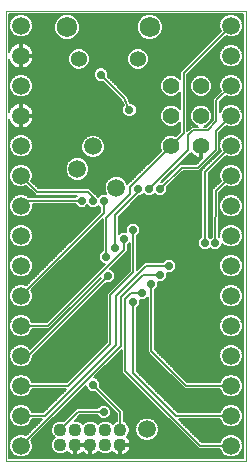
<source format=gbl>
G75*
%MOIN*%
%OFA0B0*%
%FSLAX25Y25*%
%IPPOS*%
%LPD*%
%AMOC8*
5,1,8,0,0,1.08239X$1,22.5*
%
%ADD10C,0.00000*%
%ADD11C,0.05346*%
%ADD12C,0.06791*%
%ADD13C,0.04362*%
%ADD14C,0.05543*%
%ADD15C,0.05937*%
%ADD16C,0.00600*%
%ADD17C,0.02900*%
D10*
X0005100Y0005400D02*
X0005100Y0155361D01*
X0085000Y0155361D01*
X0085100Y0005400D01*
X0005100Y0005400D01*
D11*
X0029357Y0139370D03*
X0049043Y0139370D03*
D12*
X0052980Y0150000D03*
X0025420Y0150000D03*
D13*
X0023200Y0015700D03*
X0023200Y0010700D03*
X0028200Y0010700D03*
X0028200Y0015700D03*
X0033200Y0015700D03*
X0033200Y0010700D03*
X0038200Y0010700D03*
X0038200Y0015700D03*
X0043200Y0015700D03*
X0043200Y0010700D03*
D14*
X0060100Y0110400D03*
X0060100Y0120400D03*
X0060100Y0130400D03*
X0070100Y0130400D03*
X0070100Y0120400D03*
X0070100Y0110400D03*
D15*
X0080100Y0110400D03*
X0080100Y0100400D03*
X0080100Y0090400D03*
X0080100Y0080400D03*
X0080100Y0070400D03*
X0080100Y0060400D03*
X0080100Y0050400D03*
X0080100Y0040400D03*
X0080100Y0030400D03*
X0080100Y0020400D03*
X0080100Y0010400D03*
X0052100Y0015900D03*
X0010100Y0020400D03*
X0010100Y0010400D03*
X0010100Y0030400D03*
X0010100Y0040400D03*
X0010100Y0050400D03*
X0010100Y0060400D03*
X0010100Y0070400D03*
X0010100Y0080400D03*
X0010100Y0090400D03*
X0010100Y0100400D03*
X0010100Y0110400D03*
X0010100Y0120400D03*
X0010100Y0130400D03*
X0010100Y0140400D03*
X0010100Y0150400D03*
X0034100Y0110150D03*
X0028850Y0102650D03*
X0041850Y0096400D03*
X0080100Y0120400D03*
X0080100Y0130400D03*
X0080100Y0140400D03*
X0080100Y0150400D03*
D16*
X0064300Y0134600D01*
X0064300Y0114600D01*
X0060100Y0110400D01*
X0046500Y0096800D01*
X0046500Y0094300D01*
X0038500Y0086300D01*
X0038500Y0073400D01*
X0037202Y0075426D02*
X0026823Y0075426D01*
X0027421Y0076024D02*
X0037300Y0076024D01*
X0037300Y0075523D02*
X0036150Y0074373D01*
X0036150Y0072427D01*
X0037527Y0071050D01*
X0038053Y0071050D01*
X0018603Y0051600D01*
X0013790Y0051600D01*
X0013380Y0052591D01*
X0012291Y0053680D01*
X0010869Y0054268D01*
X0009330Y0054268D01*
X0007909Y0053680D01*
X0006820Y0052591D01*
X0006231Y0051169D01*
X0006231Y0049630D01*
X0006820Y0048209D01*
X0007909Y0047120D01*
X0009330Y0046531D01*
X0010869Y0046531D01*
X0012291Y0047120D01*
X0013380Y0048209D01*
X0013790Y0049200D01*
X0019597Y0049200D01*
X0036650Y0066253D01*
X0036650Y0066247D01*
X0013187Y0042784D01*
X0012291Y0043680D01*
X0010869Y0044268D01*
X0009330Y0044268D01*
X0007909Y0043680D01*
X0006820Y0042591D01*
X0006231Y0041169D01*
X0006231Y0039630D01*
X0006820Y0038209D01*
X0007909Y0037120D01*
X0009330Y0036531D01*
X0010869Y0036531D01*
X0012291Y0037120D01*
X0013380Y0038209D01*
X0013968Y0039630D01*
X0013968Y0040171D01*
X0038347Y0064550D01*
X0039973Y0064550D01*
X0041350Y0065927D01*
X0041350Y0067873D01*
X0039973Y0069250D01*
X0039647Y0069250D01*
X0044997Y0074600D01*
X0045700Y0075303D01*
X0045700Y0077277D01*
X0046300Y0077877D01*
X0046300Y0068797D01*
X0038600Y0061097D01*
X0038600Y0044897D01*
X0025303Y0031600D01*
X0013790Y0031600D01*
X0013380Y0032591D01*
X0012291Y0033680D01*
X0010869Y0034268D01*
X0009330Y0034268D01*
X0007909Y0033680D01*
X0006820Y0032591D01*
X0006231Y0031169D01*
X0006231Y0029630D01*
X0006820Y0028209D01*
X0007909Y0027120D01*
X0009330Y0026531D01*
X0010869Y0026531D01*
X0012291Y0027120D01*
X0013380Y0028209D01*
X0013790Y0029200D01*
X0025103Y0029200D01*
X0017503Y0021600D01*
X0013790Y0021600D01*
X0013380Y0022591D01*
X0012291Y0023680D01*
X0010869Y0024268D01*
X0009330Y0024268D01*
X0007909Y0023680D01*
X0006820Y0022591D01*
X0006231Y0021169D01*
X0006231Y0019630D01*
X0006820Y0018209D01*
X0007909Y0017120D01*
X0009330Y0016531D01*
X0010869Y0016531D01*
X0012291Y0017120D01*
X0013380Y0018209D01*
X0013790Y0019200D01*
X0017203Y0019200D01*
X0011861Y0013858D01*
X0010869Y0014268D01*
X0009330Y0014268D01*
X0007909Y0013680D01*
X0006820Y0012591D01*
X0006231Y0011169D01*
X0006231Y0009630D01*
X0006820Y0008209D01*
X0007909Y0007120D01*
X0009330Y0006531D01*
X0010869Y0006531D01*
X0012291Y0007120D01*
X0013380Y0008209D01*
X0013968Y0009630D01*
X0013968Y0011169D01*
X0013558Y0012161D01*
X0031650Y0030253D01*
X0031650Y0029827D01*
X0033027Y0028450D01*
X0034653Y0028450D01*
X0042000Y0021103D01*
X0042000Y0018538D01*
X0041455Y0018312D01*
X0040700Y0017557D01*
X0039945Y0018312D01*
X0038813Y0018781D01*
X0037587Y0018781D01*
X0036455Y0018312D01*
X0035700Y0017557D01*
X0034945Y0018312D01*
X0033813Y0018781D01*
X0032587Y0018781D01*
X0031455Y0018312D01*
X0030700Y0017557D01*
X0029945Y0018312D01*
X0028813Y0018781D01*
X0027978Y0018781D01*
X0029697Y0020500D01*
X0035477Y0020500D01*
X0036627Y0019350D01*
X0038573Y0019350D01*
X0039950Y0020727D01*
X0039950Y0022673D01*
X0038573Y0024050D01*
X0036627Y0024050D01*
X0035477Y0022900D01*
X0028703Y0022900D01*
X0028000Y0022197D01*
X0024358Y0018555D01*
X0023813Y0018781D01*
X0022587Y0018781D01*
X0021455Y0018312D01*
X0020588Y0017445D01*
X0020119Y0016313D01*
X0020119Y0015087D01*
X0020588Y0013955D01*
X0021343Y0013200D01*
X0020588Y0012445D01*
X0020119Y0011313D01*
X0020119Y0010087D01*
X0020588Y0008955D01*
X0021455Y0008088D01*
X0022587Y0007619D01*
X0023813Y0007619D01*
X0024945Y0008088D01*
X0025433Y0008576D01*
X0025496Y0008481D01*
X0025981Y0007996D01*
X0026551Y0007615D01*
X0027185Y0007353D01*
X0027857Y0007219D01*
X0027909Y0007219D01*
X0027909Y0010409D01*
X0028491Y0010409D01*
X0028491Y0010991D01*
X0031681Y0010991D01*
X0032909Y0010991D01*
X0032909Y0010409D01*
X0033491Y0010409D01*
X0033491Y0007219D01*
X0033543Y0007219D01*
X0034215Y0007353D01*
X0034849Y0007615D01*
X0035419Y0007996D01*
X0035904Y0008481D01*
X0035967Y0008576D01*
X0036455Y0008088D01*
X0037587Y0007619D01*
X0038813Y0007619D01*
X0039945Y0008088D01*
X0040433Y0008576D01*
X0040496Y0008481D01*
X0040981Y0007996D01*
X0041551Y0007615D01*
X0042185Y0007353D01*
X0042857Y0007219D01*
X0042909Y0007219D01*
X0042909Y0010409D01*
X0043491Y0010409D01*
X0043491Y0010991D01*
X0046681Y0010991D01*
X0046681Y0011043D01*
X0046547Y0011715D01*
X0046285Y0012349D01*
X0045904Y0012919D01*
X0045419Y0013404D01*
X0045324Y0013467D01*
X0045812Y0013955D01*
X0046281Y0015087D01*
X0046281Y0016313D01*
X0045812Y0017445D01*
X0044945Y0018312D01*
X0044400Y0018538D01*
X0044400Y0022097D01*
X0036350Y0030147D01*
X0036350Y0031773D01*
X0034973Y0033150D01*
X0034547Y0033150D01*
X0043700Y0042303D01*
X0043700Y0034803D01*
X0044403Y0034100D01*
X0069303Y0009200D01*
X0076410Y0009200D01*
X0076820Y0008209D01*
X0077909Y0007120D01*
X0079330Y0006531D01*
X0080869Y0006531D01*
X0082291Y0007120D01*
X0083380Y0008209D01*
X0083968Y0009630D01*
X0083968Y0011169D01*
X0083380Y0012591D01*
X0082291Y0013680D01*
X0080869Y0014268D01*
X0079330Y0014268D01*
X0077909Y0013680D01*
X0076820Y0012591D01*
X0076410Y0011600D01*
X0070297Y0011600D01*
X0062697Y0019200D01*
X0076410Y0019200D01*
X0076820Y0018209D01*
X0077909Y0017120D01*
X0079330Y0016531D01*
X0080869Y0016531D01*
X0082291Y0017120D01*
X0083380Y0018209D01*
X0083968Y0019630D01*
X0083968Y0021169D01*
X0083380Y0022591D01*
X0082291Y0023680D01*
X0080869Y0024268D01*
X0079330Y0024268D01*
X0077909Y0023680D01*
X0076820Y0022591D01*
X0076410Y0021600D01*
X0062397Y0021600D01*
X0048700Y0035297D01*
X0048700Y0056277D01*
X0049850Y0057427D01*
X0049850Y0059050D01*
X0051473Y0059050D01*
X0052300Y0059877D01*
X0052300Y0041503D01*
X0053003Y0040800D01*
X0064603Y0029200D01*
X0076410Y0029200D01*
X0076820Y0028209D01*
X0077909Y0027120D01*
X0079330Y0026531D01*
X0080869Y0026531D01*
X0082291Y0027120D01*
X0083380Y0028209D01*
X0083968Y0029630D01*
X0083968Y0031169D01*
X0083380Y0032591D01*
X0082291Y0033680D01*
X0080869Y0034268D01*
X0079330Y0034268D01*
X0077909Y0033680D01*
X0076820Y0032591D01*
X0076410Y0031600D01*
X0065597Y0031600D01*
X0054700Y0042497D01*
X0054700Y0062277D01*
X0055850Y0063427D01*
X0055850Y0065050D01*
X0057473Y0065050D01*
X0058850Y0066427D01*
X0058850Y0068050D01*
X0060473Y0068050D01*
X0061850Y0069427D01*
X0061850Y0071373D01*
X0060473Y0072750D01*
X0058527Y0072750D01*
X0057377Y0071600D01*
X0051303Y0071600D01*
X0050600Y0070897D01*
X0048700Y0068997D01*
X0048700Y0080277D01*
X0049850Y0081427D01*
X0049850Y0083373D01*
X0048473Y0084750D01*
X0046527Y0084750D01*
X0045150Y0083373D01*
X0045150Y0081750D01*
X0043527Y0081750D01*
X0042700Y0080923D01*
X0042700Y0086703D01*
X0049547Y0093550D01*
X0050173Y0093550D01*
X0051000Y0094377D01*
X0051827Y0093550D01*
X0053773Y0093550D01*
X0054600Y0094377D01*
X0055427Y0093550D01*
X0057373Y0093550D01*
X0058750Y0094927D01*
X0058750Y0096553D01*
X0064097Y0101900D01*
X0069497Y0101900D01*
X0070200Y0102603D01*
X0075497Y0107900D01*
X0076200Y0108603D01*
X0076200Y0114803D01*
X0078339Y0116942D01*
X0079330Y0116531D01*
X0080869Y0116531D01*
X0082291Y0117120D01*
X0083380Y0118209D01*
X0083968Y0119630D01*
X0083968Y0121169D01*
X0083380Y0122591D01*
X0082291Y0123680D01*
X0080869Y0124268D01*
X0079330Y0124268D01*
X0077909Y0123680D01*
X0076820Y0122591D01*
X0076400Y0121576D01*
X0076400Y0125003D01*
X0078339Y0126942D01*
X0079330Y0126531D01*
X0080869Y0126531D01*
X0082291Y0127120D01*
X0083380Y0128209D01*
X0083968Y0129630D01*
X0083968Y0131169D01*
X0083380Y0132591D01*
X0082291Y0133680D01*
X0080869Y0134268D01*
X0079330Y0134268D01*
X0077909Y0133680D01*
X0076820Y0132591D01*
X0076231Y0131169D01*
X0076231Y0129630D01*
X0076642Y0128639D01*
X0074000Y0125997D01*
X0074000Y0118997D01*
X0071803Y0116800D01*
X0071003Y0116800D01*
X0072180Y0117287D01*
X0073213Y0118320D01*
X0073772Y0119670D01*
X0073772Y0121130D01*
X0073213Y0122480D01*
X0072180Y0123513D01*
X0070830Y0124072D01*
X0069370Y0124072D01*
X0068020Y0123513D01*
X0066987Y0122480D01*
X0066428Y0121130D01*
X0066428Y0119670D01*
X0066987Y0118320D01*
X0068020Y0117287D01*
X0069197Y0116800D01*
X0067003Y0116800D01*
X0066300Y0116097D01*
X0065500Y0115297D01*
X0065500Y0134103D01*
X0078339Y0146942D01*
X0079330Y0146531D01*
X0080869Y0146531D01*
X0082291Y0147120D01*
X0083380Y0148209D01*
X0083968Y0149630D01*
X0083968Y0151169D01*
X0083380Y0152591D01*
X0082291Y0153680D01*
X0080869Y0154268D01*
X0079330Y0154268D01*
X0077909Y0153680D01*
X0076820Y0152591D01*
X0076231Y0151169D01*
X0076231Y0149630D01*
X0076642Y0148639D01*
X0063803Y0135800D01*
X0063100Y0135097D01*
X0063100Y0132592D01*
X0062180Y0133513D01*
X0060830Y0134072D01*
X0059370Y0134072D01*
X0058020Y0133513D01*
X0056987Y0132480D01*
X0056428Y0131130D01*
X0056428Y0129670D01*
X0056987Y0128320D01*
X0058020Y0127287D01*
X0059370Y0126728D01*
X0060830Y0126728D01*
X0062180Y0127287D01*
X0063100Y0128208D01*
X0063100Y0122592D01*
X0062180Y0123513D01*
X0060830Y0124072D01*
X0059370Y0124072D01*
X0058020Y0123513D01*
X0056987Y0122480D01*
X0056428Y0121130D01*
X0056428Y0119670D01*
X0056987Y0118320D01*
X0058020Y0117287D01*
X0059370Y0116728D01*
X0060830Y0116728D01*
X0062180Y0117287D01*
X0063100Y0118208D01*
X0063100Y0115097D01*
X0061710Y0113707D01*
X0060830Y0114072D01*
X0059370Y0114072D01*
X0058020Y0113513D01*
X0056987Y0112480D01*
X0056428Y0111130D01*
X0056428Y0109670D01*
X0056793Y0108790D01*
X0045559Y0097556D01*
X0045130Y0098591D01*
X0044041Y0099680D01*
X0042619Y0100268D01*
X0041080Y0100268D01*
X0039659Y0099680D01*
X0038570Y0098591D01*
X0037981Y0097169D01*
X0037981Y0095630D01*
X0038553Y0094250D01*
X0036627Y0094250D01*
X0035850Y0093473D01*
X0034973Y0094350D01*
X0034747Y0094350D01*
X0034497Y0094600D01*
X0032897Y0096200D01*
X0015997Y0096200D01*
X0013558Y0098639D01*
X0013968Y0099630D01*
X0013968Y0101169D01*
X0013380Y0102591D01*
X0012291Y0103680D01*
X0010869Y0104268D01*
X0009330Y0104268D01*
X0007909Y0103680D01*
X0006820Y0102591D01*
X0006231Y0101169D01*
X0006231Y0099630D01*
X0006820Y0098209D01*
X0007909Y0097120D01*
X0009330Y0096531D01*
X0010869Y0096531D01*
X0011861Y0096942D01*
X0014300Y0094503D01*
X0015003Y0093800D01*
X0028677Y0093800D01*
X0028177Y0093300D01*
X0012671Y0093300D01*
X0012291Y0093680D01*
X0010869Y0094268D01*
X0009330Y0094268D01*
X0007909Y0093680D01*
X0006820Y0092591D01*
X0006231Y0091169D01*
X0006231Y0089630D01*
X0006820Y0088209D01*
X0007909Y0087120D01*
X0009330Y0086531D01*
X0010869Y0086531D01*
X0012291Y0087120D01*
X0013380Y0088209D01*
X0013968Y0089630D01*
X0013968Y0090900D01*
X0028177Y0090900D01*
X0029327Y0089750D01*
X0031273Y0089750D01*
X0032100Y0090577D01*
X0033027Y0089650D01*
X0034973Y0089650D01*
X0035750Y0090427D01*
X0036400Y0089777D01*
X0036400Y0088397D01*
X0011861Y0063858D01*
X0010869Y0064268D01*
X0009330Y0064268D01*
X0007909Y0063680D01*
X0006820Y0062591D01*
X0006231Y0061169D01*
X0006231Y0059630D01*
X0006820Y0058209D01*
X0007909Y0057120D01*
X0009330Y0056531D01*
X0010869Y0056531D01*
X0012291Y0057120D01*
X0013380Y0058209D01*
X0013968Y0059630D01*
X0013968Y0061169D01*
X0013558Y0062161D01*
X0037300Y0085903D01*
X0037300Y0075523D01*
X0036604Y0074827D02*
X0026224Y0074827D01*
X0025626Y0074229D02*
X0036150Y0074229D01*
X0036150Y0073630D02*
X0025027Y0073630D01*
X0024429Y0073032D02*
X0036150Y0073032D01*
X0036150Y0072433D02*
X0023830Y0072433D01*
X0023232Y0071835D02*
X0036742Y0071835D01*
X0037340Y0071236D02*
X0022633Y0071236D01*
X0022035Y0070638D02*
X0037641Y0070638D01*
X0037042Y0070039D02*
X0021436Y0070039D01*
X0020838Y0069441D02*
X0036444Y0069441D01*
X0035845Y0068842D02*
X0020239Y0068842D01*
X0019641Y0068244D02*
X0035247Y0068244D01*
X0034648Y0067645D02*
X0019042Y0067645D01*
X0018444Y0067047D02*
X0034050Y0067047D01*
X0033451Y0066448D02*
X0017845Y0066448D01*
X0017247Y0065850D02*
X0032853Y0065850D01*
X0032254Y0065251D02*
X0016648Y0065251D01*
X0016050Y0064653D02*
X0031656Y0064653D01*
X0031057Y0064054D02*
X0015451Y0064054D01*
X0014853Y0063456D02*
X0030459Y0063456D01*
X0029860Y0062857D02*
X0014254Y0062857D01*
X0013656Y0062259D02*
X0029262Y0062259D01*
X0028663Y0061660D02*
X0013765Y0061660D01*
X0013968Y0061062D02*
X0028065Y0061062D01*
X0027466Y0060463D02*
X0013968Y0060463D01*
X0013968Y0059865D02*
X0026867Y0059865D01*
X0026269Y0059266D02*
X0013818Y0059266D01*
X0013570Y0058668D02*
X0025670Y0058668D01*
X0025072Y0058069D02*
X0013240Y0058069D01*
X0012641Y0057470D02*
X0024473Y0057470D01*
X0023875Y0056872D02*
X0011691Y0056872D01*
X0011809Y0053879D02*
X0020882Y0053879D01*
X0020284Y0053281D02*
X0012690Y0053281D01*
X0013288Y0052682D02*
X0019685Y0052682D01*
X0019087Y0052084D02*
X0013590Y0052084D01*
X0013745Y0049091D02*
X0019494Y0049091D01*
X0020087Y0049690D02*
X0020093Y0049690D01*
X0020685Y0050288D02*
X0020691Y0050288D01*
X0021284Y0050887D02*
X0021290Y0050887D01*
X0021882Y0051485D02*
X0021888Y0051485D01*
X0022481Y0052084D02*
X0022487Y0052084D01*
X0023079Y0052682D02*
X0023085Y0052682D01*
X0023678Y0053281D02*
X0023684Y0053281D01*
X0024276Y0053879D02*
X0024282Y0053879D01*
X0024875Y0054478D02*
X0024881Y0054478D01*
X0025473Y0055076D02*
X0025479Y0055076D01*
X0026072Y0055675D02*
X0026078Y0055675D01*
X0026670Y0056273D02*
X0026676Y0056273D01*
X0027269Y0056872D02*
X0027275Y0056872D01*
X0027868Y0057470D02*
X0027873Y0057470D01*
X0028466Y0058069D02*
X0028472Y0058069D01*
X0029065Y0058668D02*
X0029070Y0058668D01*
X0029663Y0059266D02*
X0029669Y0059266D01*
X0030262Y0059865D02*
X0030267Y0059865D01*
X0030860Y0060463D02*
X0030866Y0060463D01*
X0031459Y0061062D02*
X0031465Y0061062D01*
X0032057Y0061660D02*
X0032063Y0061660D01*
X0032656Y0062259D02*
X0032662Y0062259D01*
X0033254Y0062857D02*
X0033260Y0062857D01*
X0033853Y0063456D02*
X0033859Y0063456D01*
X0034451Y0064054D02*
X0034457Y0064054D01*
X0035050Y0064653D02*
X0035056Y0064653D01*
X0035648Y0065251D02*
X0035654Y0065251D01*
X0036247Y0065850D02*
X0036253Y0065850D01*
X0037851Y0064054D02*
X0041557Y0064054D01*
X0040959Y0063456D02*
X0037253Y0063456D01*
X0036654Y0062857D02*
X0040360Y0062857D01*
X0039762Y0062259D02*
X0036056Y0062259D01*
X0035457Y0061660D02*
X0039163Y0061660D01*
X0038600Y0061062D02*
X0034859Y0061062D01*
X0034260Y0060463D02*
X0038600Y0060463D01*
X0038600Y0059865D02*
X0033662Y0059865D01*
X0033063Y0059266D02*
X0038600Y0059266D01*
X0038600Y0058668D02*
X0032465Y0058668D01*
X0031866Y0058069D02*
X0038600Y0058069D01*
X0038600Y0057470D02*
X0031268Y0057470D01*
X0030669Y0056872D02*
X0038600Y0056872D01*
X0038600Y0056273D02*
X0030071Y0056273D01*
X0029472Y0055675D02*
X0038600Y0055675D01*
X0038600Y0055076D02*
X0028873Y0055076D01*
X0028275Y0054478D02*
X0038600Y0054478D01*
X0038600Y0053879D02*
X0027676Y0053879D01*
X0027078Y0053281D02*
X0038600Y0053281D01*
X0038600Y0052682D02*
X0026479Y0052682D01*
X0025881Y0052084D02*
X0038600Y0052084D01*
X0038600Y0051485D02*
X0025282Y0051485D01*
X0024684Y0050887D02*
X0038600Y0050887D01*
X0038600Y0050288D02*
X0024085Y0050288D01*
X0023487Y0049690D02*
X0038600Y0049690D01*
X0038600Y0049091D02*
X0022888Y0049091D01*
X0022290Y0048493D02*
X0038600Y0048493D01*
X0038600Y0047894D02*
X0021691Y0047894D01*
X0021093Y0047296D02*
X0038600Y0047296D01*
X0038600Y0046697D02*
X0020494Y0046697D01*
X0019896Y0046099D02*
X0038600Y0046099D01*
X0038600Y0045500D02*
X0019297Y0045500D01*
X0018699Y0044902D02*
X0038600Y0044902D01*
X0038006Y0044303D02*
X0018100Y0044303D01*
X0017502Y0043705D02*
X0037408Y0043705D01*
X0036809Y0043106D02*
X0016903Y0043106D01*
X0016305Y0042508D02*
X0036211Y0042508D01*
X0035612Y0041909D02*
X0015706Y0041909D01*
X0015108Y0041311D02*
X0035014Y0041311D01*
X0034415Y0040712D02*
X0014509Y0040712D01*
X0013968Y0040114D02*
X0033817Y0040114D01*
X0033218Y0039515D02*
X0013921Y0039515D01*
X0013673Y0038917D02*
X0032620Y0038917D01*
X0032021Y0038318D02*
X0013425Y0038318D01*
X0012891Y0037720D02*
X0031423Y0037720D01*
X0030824Y0037121D02*
X0012292Y0037121D01*
X0011207Y0034129D02*
X0027831Y0034129D01*
X0027233Y0033530D02*
X0012441Y0033530D01*
X0013039Y0032932D02*
X0026634Y0032932D01*
X0026036Y0032333D02*
X0013487Y0032333D01*
X0013734Y0031734D02*
X0025437Y0031734D01*
X0025800Y0030400D02*
X0039800Y0044400D01*
X0039800Y0060600D01*
X0047500Y0068300D01*
X0047500Y0082400D01*
X0048700Y0080214D02*
X0070200Y0080214D01*
X0070200Y0080123D02*
X0069050Y0078973D01*
X0069050Y0077027D01*
X0070427Y0075650D01*
X0072373Y0075650D01*
X0073100Y0076377D01*
X0073927Y0075550D01*
X0075873Y0075550D01*
X0077250Y0076927D01*
X0077250Y0077779D01*
X0077909Y0077120D01*
X0079330Y0076531D01*
X0080869Y0076531D01*
X0082291Y0077120D01*
X0083380Y0078209D01*
X0083968Y0079630D01*
X0083968Y0081169D01*
X0083380Y0082591D01*
X0082291Y0083680D01*
X0080869Y0084268D01*
X0079330Y0084268D01*
X0077909Y0083680D01*
X0076820Y0082591D01*
X0076231Y0081169D01*
X0076231Y0079892D01*
X0076112Y0080011D01*
X0076197Y0094800D01*
X0078339Y0096942D01*
X0079330Y0096531D01*
X0080869Y0096531D01*
X0082291Y0097120D01*
X0083380Y0098209D01*
X0083968Y0099630D01*
X0083968Y0101169D01*
X0083380Y0102591D01*
X0082291Y0103680D01*
X0080869Y0104268D01*
X0079330Y0104268D01*
X0077909Y0103680D01*
X0076820Y0102591D01*
X0076231Y0101169D01*
X0076231Y0099630D01*
X0076642Y0098639D01*
X0074154Y0096151D01*
X0073803Y0095804D01*
X0073803Y0095800D01*
X0073800Y0095797D01*
X0073800Y0095303D01*
X0073712Y0080036D01*
X0073200Y0079523D01*
X0072600Y0080123D01*
X0072600Y0101203D01*
X0078339Y0106942D01*
X0079330Y0106531D01*
X0080869Y0106531D01*
X0082291Y0107120D01*
X0083380Y0108209D01*
X0083968Y0109630D01*
X0083968Y0111169D01*
X0083380Y0112591D01*
X0082291Y0113680D01*
X0080869Y0114268D01*
X0079330Y0114268D01*
X0077909Y0113680D01*
X0076820Y0112591D01*
X0076231Y0111169D01*
X0076231Y0109630D01*
X0076642Y0108639D01*
X0070903Y0102900D01*
X0070200Y0102197D01*
X0070200Y0080123D01*
X0070200Y0080812D02*
X0049236Y0080812D01*
X0049834Y0081411D02*
X0070200Y0081411D01*
X0070200Y0082009D02*
X0049850Y0082009D01*
X0049850Y0082608D02*
X0070200Y0082608D01*
X0070200Y0083206D02*
X0049850Y0083206D01*
X0049418Y0083805D02*
X0070200Y0083805D01*
X0070200Y0084403D02*
X0048820Y0084403D01*
X0046180Y0084403D02*
X0042700Y0084403D01*
X0042700Y0083805D02*
X0045582Y0083805D01*
X0045150Y0083206D02*
X0042700Y0083206D01*
X0042700Y0082608D02*
X0045150Y0082608D01*
X0045150Y0082009D02*
X0042700Y0082009D01*
X0042700Y0081411D02*
X0043188Y0081411D01*
X0044500Y0079400D02*
X0044500Y0075800D01*
X0019100Y0050400D01*
X0010100Y0050400D01*
X0008391Y0053879D02*
X0006000Y0053879D01*
X0006000Y0053281D02*
X0007510Y0053281D01*
X0006912Y0052682D02*
X0006000Y0052682D01*
X0006000Y0052084D02*
X0006610Y0052084D01*
X0006362Y0051485D02*
X0006000Y0051485D01*
X0006000Y0050887D02*
X0006231Y0050887D01*
X0006231Y0050288D02*
X0006000Y0050288D01*
X0006000Y0049690D02*
X0006231Y0049690D01*
X0006455Y0049091D02*
X0006000Y0049091D01*
X0006000Y0048493D02*
X0006703Y0048493D01*
X0007135Y0047894D02*
X0006000Y0047894D01*
X0006000Y0047296D02*
X0007733Y0047296D01*
X0008930Y0046697D02*
X0006000Y0046697D01*
X0006000Y0046099D02*
X0016502Y0046099D01*
X0017100Y0046697D02*
X0011270Y0046697D01*
X0012467Y0047296D02*
X0017699Y0047296D01*
X0018297Y0047894D02*
X0013065Y0047894D01*
X0013497Y0048493D02*
X0018896Y0048493D01*
X0015903Y0045500D02*
X0006000Y0045500D01*
X0006000Y0044902D02*
X0015305Y0044902D01*
X0014706Y0044303D02*
X0006000Y0044303D01*
X0006000Y0043705D02*
X0007969Y0043705D01*
X0007335Y0043106D02*
X0006000Y0043106D01*
X0006000Y0042508D02*
X0006786Y0042508D01*
X0006538Y0041909D02*
X0006000Y0041909D01*
X0006000Y0041311D02*
X0006290Y0041311D01*
X0006231Y0040712D02*
X0006000Y0040712D01*
X0006000Y0040114D02*
X0006231Y0040114D01*
X0006279Y0039515D02*
X0006000Y0039515D01*
X0006000Y0038917D02*
X0006527Y0038917D01*
X0006775Y0038318D02*
X0006000Y0038318D01*
X0006000Y0037720D02*
X0007309Y0037720D01*
X0007908Y0037121D02*
X0006000Y0037121D01*
X0006000Y0036523D02*
X0030226Y0036523D01*
X0029627Y0035924D02*
X0006000Y0035924D01*
X0006000Y0035326D02*
X0029029Y0035326D01*
X0028430Y0034727D02*
X0006000Y0034727D01*
X0006000Y0034129D02*
X0008993Y0034129D01*
X0007759Y0033530D02*
X0006000Y0033530D01*
X0006000Y0032932D02*
X0007161Y0032932D01*
X0006713Y0032333D02*
X0006000Y0032333D01*
X0006000Y0031734D02*
X0006466Y0031734D01*
X0006231Y0031136D02*
X0006000Y0031136D01*
X0006000Y0030537D02*
X0006231Y0030537D01*
X0006231Y0029939D02*
X0006000Y0029939D01*
X0006000Y0029340D02*
X0006352Y0029340D01*
X0006600Y0028742D02*
X0006000Y0028742D01*
X0006000Y0028143D02*
X0006886Y0028143D01*
X0007484Y0027545D02*
X0006000Y0027545D01*
X0006000Y0026946D02*
X0008329Y0026946D01*
X0008571Y0023954D02*
X0006000Y0023954D01*
X0006000Y0024552D02*
X0020455Y0024552D01*
X0019857Y0023954D02*
X0011629Y0023954D01*
X0012616Y0023355D02*
X0019258Y0023355D01*
X0018660Y0022757D02*
X0013214Y0022757D01*
X0013559Y0022158D02*
X0018061Y0022158D01*
X0018000Y0020400D02*
X0041600Y0044000D01*
X0041600Y0060200D01*
X0051800Y0070400D01*
X0059500Y0070400D01*
X0058210Y0072433D02*
X0048700Y0072433D01*
X0048700Y0071835D02*
X0057611Y0071835D01*
X0058850Y0067645D02*
X0077384Y0067645D01*
X0077909Y0067120D02*
X0079330Y0066531D01*
X0080869Y0066531D01*
X0082291Y0067120D01*
X0083380Y0068209D01*
X0083968Y0069630D01*
X0083968Y0071169D01*
X0083380Y0072591D01*
X0082291Y0073680D01*
X0080869Y0074268D01*
X0079330Y0074268D01*
X0077909Y0073680D01*
X0076820Y0072591D01*
X0076231Y0071169D01*
X0076231Y0069630D01*
X0076820Y0068209D01*
X0077909Y0067120D01*
X0078087Y0067047D02*
X0058850Y0067047D01*
X0058850Y0066448D02*
X0084159Y0066448D01*
X0084160Y0065850D02*
X0058273Y0065850D01*
X0057675Y0065251D02*
X0084160Y0065251D01*
X0084160Y0064653D02*
X0055850Y0064653D01*
X0055850Y0064054D02*
X0078813Y0064054D01*
X0079330Y0064268D02*
X0077909Y0063680D01*
X0076820Y0062591D01*
X0076231Y0061169D01*
X0076231Y0059630D01*
X0076820Y0058209D01*
X0077909Y0057120D01*
X0079330Y0056531D01*
X0080869Y0056531D01*
X0082291Y0057120D01*
X0083380Y0058209D01*
X0083968Y0059630D01*
X0083968Y0061169D01*
X0083380Y0062591D01*
X0082291Y0063680D01*
X0080869Y0064268D01*
X0079330Y0064268D01*
X0077685Y0063456D02*
X0055850Y0063456D01*
X0055280Y0062857D02*
X0077086Y0062857D01*
X0076683Y0062259D02*
X0054700Y0062259D01*
X0054700Y0061660D02*
X0076435Y0061660D01*
X0076231Y0061062D02*
X0054700Y0061062D01*
X0054700Y0060463D02*
X0076231Y0060463D01*
X0076231Y0059865D02*
X0054700Y0059865D01*
X0054700Y0059266D02*
X0076382Y0059266D01*
X0076630Y0058668D02*
X0054700Y0058668D01*
X0054700Y0058069D02*
X0076960Y0058069D01*
X0077559Y0057470D02*
X0054700Y0057470D01*
X0054700Y0056872D02*
X0078509Y0056872D01*
X0079330Y0054268D02*
X0077909Y0053680D01*
X0076820Y0052591D01*
X0076231Y0051169D01*
X0076231Y0049630D01*
X0076820Y0048209D01*
X0077909Y0047120D01*
X0079330Y0046531D01*
X0080869Y0046531D01*
X0082291Y0047120D01*
X0083380Y0048209D01*
X0083968Y0049630D01*
X0083968Y0051169D01*
X0083380Y0052591D01*
X0082291Y0053680D01*
X0080869Y0054268D01*
X0079330Y0054268D01*
X0078391Y0053879D02*
X0054700Y0053879D01*
X0054700Y0053281D02*
X0077510Y0053281D01*
X0076912Y0052682D02*
X0054700Y0052682D01*
X0054700Y0052084D02*
X0076610Y0052084D01*
X0076362Y0051485D02*
X0054700Y0051485D01*
X0054700Y0050887D02*
X0076231Y0050887D01*
X0076231Y0050288D02*
X0054700Y0050288D01*
X0054700Y0049690D02*
X0076231Y0049690D01*
X0076455Y0049091D02*
X0054700Y0049091D01*
X0054700Y0048493D02*
X0076703Y0048493D01*
X0077135Y0047894D02*
X0054700Y0047894D01*
X0054700Y0047296D02*
X0077733Y0047296D01*
X0078930Y0046697D02*
X0054700Y0046697D01*
X0054700Y0046099D02*
X0084173Y0046099D01*
X0084172Y0046697D02*
X0081270Y0046697D01*
X0082467Y0047296D02*
X0084172Y0047296D01*
X0084172Y0047894D02*
X0083065Y0047894D01*
X0083497Y0048493D02*
X0084171Y0048493D01*
X0084171Y0049091D02*
X0083745Y0049091D01*
X0083968Y0049690D02*
X0084170Y0049690D01*
X0084170Y0050288D02*
X0083968Y0050288D01*
X0083968Y0050887D02*
X0084170Y0050887D01*
X0084169Y0051485D02*
X0083838Y0051485D01*
X0083590Y0052084D02*
X0084169Y0052084D01*
X0084168Y0052682D02*
X0083288Y0052682D01*
X0082690Y0053281D02*
X0084168Y0053281D01*
X0084168Y0053879D02*
X0081809Y0053879D01*
X0084167Y0054478D02*
X0054700Y0054478D01*
X0054700Y0055076D02*
X0084167Y0055076D01*
X0084166Y0055675D02*
X0054700Y0055675D01*
X0054700Y0056273D02*
X0084166Y0056273D01*
X0084166Y0056872D02*
X0081691Y0056872D01*
X0082641Y0057470D02*
X0084165Y0057470D01*
X0084165Y0058069D02*
X0083240Y0058069D01*
X0083570Y0058668D02*
X0084164Y0058668D01*
X0084164Y0059266D02*
X0083818Y0059266D01*
X0083968Y0059865D02*
X0084164Y0059865D01*
X0084163Y0060463D02*
X0083968Y0060463D01*
X0083968Y0061062D02*
X0084163Y0061062D01*
X0084162Y0061660D02*
X0083765Y0061660D01*
X0083517Y0062259D02*
X0084162Y0062259D01*
X0084162Y0062857D02*
X0083114Y0062857D01*
X0082515Y0063456D02*
X0084161Y0063456D01*
X0084161Y0064054D02*
X0081387Y0064054D01*
X0082113Y0067047D02*
X0084159Y0067047D01*
X0084158Y0067645D02*
X0082816Y0067645D01*
X0083394Y0068244D02*
X0084158Y0068244D01*
X0084158Y0068842D02*
X0083642Y0068842D01*
X0083890Y0069441D02*
X0084157Y0069441D01*
X0084157Y0070039D02*
X0083968Y0070039D01*
X0083968Y0070638D02*
X0084156Y0070638D01*
X0084156Y0071236D02*
X0083941Y0071236D01*
X0084156Y0071835D02*
X0083693Y0071835D01*
X0083445Y0072433D02*
X0084155Y0072433D01*
X0084155Y0073032D02*
X0082939Y0073032D01*
X0082341Y0073630D02*
X0084154Y0073630D01*
X0084154Y0074229D02*
X0080965Y0074229D01*
X0079235Y0074229D02*
X0048700Y0074229D01*
X0048700Y0074827D02*
X0084154Y0074827D01*
X0084153Y0075426D02*
X0048700Y0075426D01*
X0048700Y0076024D02*
X0070052Y0076024D01*
X0069454Y0076623D02*
X0048700Y0076623D01*
X0048700Y0077221D02*
X0069050Y0077221D01*
X0069050Y0077820D02*
X0048700Y0077820D01*
X0048700Y0078418D02*
X0069050Y0078418D01*
X0069093Y0079017D02*
X0048700Y0079017D01*
X0048700Y0079615D02*
X0069692Y0079615D01*
X0071400Y0078000D02*
X0071400Y0101700D01*
X0080100Y0110400D01*
X0078032Y0113731D02*
X0076200Y0113731D01*
X0076200Y0114329D02*
X0084127Y0114329D01*
X0084128Y0113731D02*
X0082168Y0113731D01*
X0082839Y0113132D02*
X0084128Y0113132D01*
X0084129Y0112534D02*
X0083403Y0112534D01*
X0083651Y0111935D02*
X0084129Y0111935D01*
X0084129Y0111337D02*
X0083899Y0111337D01*
X0083968Y0110738D02*
X0084130Y0110738D01*
X0084130Y0110139D02*
X0083968Y0110139D01*
X0083931Y0109541D02*
X0084131Y0109541D01*
X0084131Y0108942D02*
X0083683Y0108942D01*
X0083436Y0108344D02*
X0084131Y0108344D01*
X0084132Y0107745D02*
X0082916Y0107745D01*
X0082318Y0107147D02*
X0084132Y0107147D01*
X0084133Y0106548D02*
X0080910Y0106548D01*
X0079290Y0106548D02*
X0077945Y0106548D01*
X0077347Y0105950D02*
X0084133Y0105950D01*
X0084133Y0105351D02*
X0076748Y0105351D01*
X0076150Y0104753D02*
X0084134Y0104753D01*
X0084134Y0104154D02*
X0081145Y0104154D01*
X0082415Y0103556D02*
X0084135Y0103556D01*
X0084135Y0102957D02*
X0083014Y0102957D01*
X0083476Y0102359D02*
X0084135Y0102359D01*
X0084136Y0101760D02*
X0083724Y0101760D01*
X0083968Y0101162D02*
X0084136Y0101162D01*
X0084137Y0100563D02*
X0083968Y0100563D01*
X0083968Y0099965D02*
X0084137Y0099965D01*
X0084137Y0099366D02*
X0083859Y0099366D01*
X0083611Y0098768D02*
X0084138Y0098768D01*
X0084138Y0098169D02*
X0083340Y0098169D01*
X0082742Y0097571D02*
X0084139Y0097571D01*
X0084139Y0096972D02*
X0081934Y0096972D01*
X0084139Y0096374D02*
X0077771Y0096374D01*
X0077172Y0095775D02*
X0084140Y0095775D01*
X0084140Y0095177D02*
X0076574Y0095177D01*
X0076196Y0094578D02*
X0084141Y0094578D01*
X0084141Y0093980D02*
X0081567Y0093980D01*
X0080869Y0094268D02*
X0082291Y0093680D01*
X0083380Y0092591D01*
X0083968Y0091169D01*
X0083968Y0089630D01*
X0083380Y0088209D01*
X0082291Y0087120D01*
X0080869Y0086531D01*
X0079330Y0086531D01*
X0077909Y0087120D01*
X0076820Y0088209D01*
X0076231Y0089630D01*
X0076231Y0091169D01*
X0076820Y0092591D01*
X0077909Y0093680D01*
X0079330Y0094268D01*
X0080869Y0094268D01*
X0082590Y0093381D02*
X0084141Y0093381D01*
X0084142Y0092783D02*
X0083188Y0092783D01*
X0083548Y0092184D02*
X0084142Y0092184D01*
X0084143Y0091586D02*
X0083796Y0091586D01*
X0083968Y0090987D02*
X0084143Y0090987D01*
X0084143Y0090389D02*
X0083968Y0090389D01*
X0083968Y0089790D02*
X0084144Y0089790D01*
X0084144Y0089192D02*
X0083787Y0089192D01*
X0083539Y0088593D02*
X0084145Y0088593D01*
X0084145Y0087995D02*
X0083165Y0087995D01*
X0082567Y0087396D02*
X0084145Y0087396D01*
X0084146Y0086798D02*
X0081512Y0086798D01*
X0081989Y0083805D02*
X0084148Y0083805D01*
X0084147Y0084403D02*
X0076137Y0084403D01*
X0076134Y0083805D02*
X0078211Y0083805D01*
X0077436Y0083206D02*
X0076130Y0083206D01*
X0076127Y0082608D02*
X0076837Y0082608D01*
X0076579Y0082009D02*
X0076124Y0082009D01*
X0076120Y0081411D02*
X0076332Y0081411D01*
X0076231Y0080812D02*
X0076117Y0080812D01*
X0076113Y0080214D02*
X0076231Y0080214D01*
X0074900Y0077900D02*
X0075000Y0095300D01*
X0080100Y0100400D01*
X0079055Y0104154D02*
X0075551Y0104154D01*
X0074953Y0103556D02*
X0077785Y0103556D01*
X0077186Y0102957D02*
X0074354Y0102957D01*
X0073756Y0102359D02*
X0076724Y0102359D01*
X0076476Y0101760D02*
X0073157Y0101760D01*
X0072600Y0101162D02*
X0076231Y0101162D01*
X0076231Y0100563D02*
X0072600Y0100563D01*
X0072600Y0099965D02*
X0076231Y0099965D01*
X0076341Y0099366D02*
X0072600Y0099366D01*
X0072600Y0098768D02*
X0076589Y0098768D01*
X0076172Y0098169D02*
X0072600Y0098169D01*
X0072600Y0097571D02*
X0075574Y0097571D01*
X0074975Y0096972D02*
X0072600Y0096972D01*
X0072600Y0096374D02*
X0074377Y0096374D01*
X0073800Y0095775D02*
X0072600Y0095775D01*
X0072600Y0095177D02*
X0073799Y0095177D01*
X0073796Y0094578D02*
X0072600Y0094578D01*
X0072600Y0093980D02*
X0073792Y0093980D01*
X0073789Y0093381D02*
X0072600Y0093381D01*
X0072600Y0092783D02*
X0073786Y0092783D01*
X0073782Y0092184D02*
X0072600Y0092184D01*
X0072600Y0091586D02*
X0073779Y0091586D01*
X0073775Y0090987D02*
X0072600Y0090987D01*
X0072600Y0090389D02*
X0073772Y0090389D01*
X0073768Y0089790D02*
X0072600Y0089790D01*
X0072600Y0089192D02*
X0073765Y0089192D01*
X0073761Y0088593D02*
X0072600Y0088593D01*
X0072600Y0087995D02*
X0073758Y0087995D01*
X0073755Y0087396D02*
X0072600Y0087396D01*
X0072600Y0086798D02*
X0073751Y0086798D01*
X0073748Y0086199D02*
X0072600Y0086199D01*
X0072600Y0085601D02*
X0073744Y0085601D01*
X0073741Y0085002D02*
X0072600Y0085002D01*
X0072600Y0084403D02*
X0073737Y0084403D01*
X0073734Y0083805D02*
X0072600Y0083805D01*
X0072600Y0083206D02*
X0073730Y0083206D01*
X0073727Y0082608D02*
X0072600Y0082608D01*
X0072600Y0082009D02*
X0073724Y0082009D01*
X0073720Y0081411D02*
X0072600Y0081411D01*
X0072600Y0080812D02*
X0073717Y0080812D01*
X0073713Y0080214D02*
X0072600Y0080214D01*
X0073108Y0079615D02*
X0073292Y0079615D01*
X0073452Y0076024D02*
X0072748Y0076024D01*
X0076348Y0076024D02*
X0084153Y0076024D01*
X0084152Y0076623D02*
X0081090Y0076623D01*
X0082392Y0077221D02*
X0084152Y0077221D01*
X0084152Y0077820D02*
X0082991Y0077820D01*
X0083466Y0078418D02*
X0084151Y0078418D01*
X0084151Y0079017D02*
X0083714Y0079017D01*
X0083962Y0079615D02*
X0084151Y0079615D01*
X0084150Y0080214D02*
X0083968Y0080214D01*
X0083968Y0080812D02*
X0084150Y0080812D01*
X0084149Y0081411D02*
X0083868Y0081411D01*
X0083621Y0082009D02*
X0084149Y0082009D01*
X0084149Y0082608D02*
X0083363Y0082608D01*
X0082764Y0083206D02*
X0084148Y0083206D01*
X0084147Y0085002D02*
X0076141Y0085002D01*
X0076144Y0085601D02*
X0084147Y0085601D01*
X0084146Y0086199D02*
X0076148Y0086199D01*
X0076151Y0086798D02*
X0078688Y0086798D01*
X0077633Y0087396D02*
X0076155Y0087396D01*
X0076158Y0087995D02*
X0077035Y0087995D01*
X0076661Y0088593D02*
X0076161Y0088593D01*
X0076165Y0089192D02*
X0076413Y0089192D01*
X0076231Y0089790D02*
X0076168Y0089790D01*
X0076172Y0090389D02*
X0076231Y0090389D01*
X0076231Y0090987D02*
X0076175Y0090987D01*
X0076179Y0091586D02*
X0076404Y0091586D01*
X0076182Y0092184D02*
X0076652Y0092184D01*
X0077012Y0092783D02*
X0076186Y0092783D01*
X0076189Y0093381D02*
X0077610Y0093381D01*
X0078633Y0093980D02*
X0076192Y0093980D01*
X0070960Y0102957D02*
X0070554Y0102957D01*
X0070200Y0102603D02*
X0070200Y0102603D01*
X0070362Y0102359D02*
X0069956Y0102359D01*
X0070200Y0101760D02*
X0063957Y0101760D01*
X0063359Y0101162D02*
X0070200Y0101162D01*
X0070200Y0100563D02*
X0062760Y0100563D01*
X0062162Y0099965D02*
X0070200Y0099965D01*
X0070200Y0099366D02*
X0061563Y0099366D01*
X0060965Y0098768D02*
X0070200Y0098768D01*
X0070200Y0098169D02*
X0060366Y0098169D01*
X0059768Y0097571D02*
X0070200Y0097571D01*
X0070200Y0096972D02*
X0059169Y0096972D01*
X0058750Y0096374D02*
X0070200Y0096374D01*
X0070200Y0095775D02*
X0058750Y0095775D01*
X0058750Y0095177D02*
X0070200Y0095177D01*
X0070200Y0094578D02*
X0058402Y0094578D01*
X0057803Y0093980D02*
X0070200Y0093980D01*
X0070200Y0093381D02*
X0049378Y0093381D01*
X0048780Y0092783D02*
X0070200Y0092783D01*
X0070200Y0092184D02*
X0048181Y0092184D01*
X0047583Y0091586D02*
X0070200Y0091586D01*
X0070200Y0090987D02*
X0046984Y0090987D01*
X0046386Y0090389D02*
X0070200Y0090389D01*
X0070200Y0089790D02*
X0045787Y0089790D01*
X0045189Y0089192D02*
X0070200Y0089192D01*
X0070200Y0088593D02*
X0044590Y0088593D01*
X0043992Y0087995D02*
X0070200Y0087995D01*
X0070200Y0087396D02*
X0043393Y0087396D01*
X0042795Y0086798D02*
X0070200Y0086798D01*
X0070200Y0086199D02*
X0042700Y0086199D01*
X0042700Y0085601D02*
X0070200Y0085601D01*
X0070200Y0085002D02*
X0042700Y0085002D01*
X0041500Y0087200D02*
X0041500Y0076400D01*
X0043429Y0073032D02*
X0046300Y0073032D01*
X0046300Y0073630D02*
X0044027Y0073630D01*
X0044626Y0074229D02*
X0046300Y0074229D01*
X0046300Y0074827D02*
X0045224Y0074827D01*
X0045700Y0075426D02*
X0046300Y0075426D01*
X0046300Y0076024D02*
X0045700Y0076024D01*
X0045700Y0076623D02*
X0046300Y0076623D01*
X0046300Y0077221D02*
X0045700Y0077221D01*
X0046243Y0077820D02*
X0046300Y0077820D01*
X0048700Y0073630D02*
X0077859Y0073630D01*
X0077261Y0073032D02*
X0048700Y0073032D01*
X0048700Y0071236D02*
X0050939Y0071236D01*
X0050341Y0070638D02*
X0048700Y0070638D01*
X0048700Y0070039D02*
X0049742Y0070039D01*
X0049144Y0069441D02*
X0048700Y0069441D01*
X0046300Y0069441D02*
X0039838Y0069441D01*
X0040381Y0068842D02*
X0046300Y0068842D01*
X0045747Y0068244D02*
X0040980Y0068244D01*
X0041350Y0067645D02*
X0045148Y0067645D01*
X0044550Y0067047D02*
X0041350Y0067047D01*
X0041350Y0066448D02*
X0043951Y0066448D01*
X0043353Y0065850D02*
X0041273Y0065850D01*
X0040675Y0065251D02*
X0042754Y0065251D01*
X0042156Y0064653D02*
X0040076Y0064653D01*
X0039000Y0066900D02*
X0012500Y0040400D01*
X0010100Y0040400D01*
X0012231Y0043705D02*
X0014108Y0043705D01*
X0013509Y0043106D02*
X0012865Y0043106D01*
X0010100Y0030400D02*
X0025800Y0030400D01*
X0024645Y0028742D02*
X0013600Y0028742D01*
X0013314Y0028143D02*
X0024046Y0028143D01*
X0023448Y0027545D02*
X0012716Y0027545D01*
X0011871Y0026946D02*
X0022849Y0026946D01*
X0022251Y0026348D02*
X0006000Y0026348D01*
X0006000Y0025749D02*
X0021652Y0025749D01*
X0021054Y0025151D02*
X0006000Y0025151D01*
X0006000Y0023355D02*
X0007584Y0023355D01*
X0006986Y0022757D02*
X0006000Y0022757D01*
X0006000Y0022158D02*
X0006641Y0022158D01*
X0006393Y0021560D02*
X0006000Y0021560D01*
X0006000Y0020961D02*
X0006231Y0020961D01*
X0006231Y0020363D02*
X0006000Y0020363D01*
X0006000Y0019764D02*
X0006231Y0019764D01*
X0006424Y0019166D02*
X0006000Y0019166D01*
X0006000Y0018567D02*
X0006672Y0018567D01*
X0007060Y0017969D02*
X0006000Y0017969D01*
X0006000Y0017370D02*
X0007659Y0017370D01*
X0008751Y0016772D02*
X0006000Y0016772D01*
X0006000Y0016173D02*
X0014176Y0016173D01*
X0013578Y0015575D02*
X0006000Y0015575D01*
X0006000Y0014976D02*
X0012979Y0014976D01*
X0012381Y0014378D02*
X0006000Y0014378D01*
X0006000Y0013779D02*
X0008149Y0013779D01*
X0007410Y0013181D02*
X0006000Y0013181D01*
X0006000Y0012582D02*
X0006817Y0012582D01*
X0006569Y0011984D02*
X0006000Y0011984D01*
X0006000Y0011385D02*
X0006321Y0011385D01*
X0006231Y0010787D02*
X0006000Y0010787D01*
X0006000Y0010188D02*
X0006231Y0010188D01*
X0006248Y0009590D02*
X0006000Y0009590D01*
X0006000Y0008991D02*
X0006496Y0008991D01*
X0006744Y0008393D02*
X0006000Y0008393D01*
X0006000Y0007794D02*
X0007235Y0007794D01*
X0007834Y0007196D02*
X0006000Y0007196D01*
X0006000Y0006597D02*
X0009172Y0006597D01*
X0011028Y0006597D02*
X0079172Y0006597D01*
X0077834Y0007196D02*
X0012366Y0007196D01*
X0012965Y0007794D02*
X0022164Y0007794D01*
X0021150Y0008393D02*
X0013456Y0008393D01*
X0013704Y0008991D02*
X0020573Y0008991D01*
X0020325Y0009590D02*
X0013952Y0009590D01*
X0013968Y0010188D02*
X0020119Y0010188D01*
X0020119Y0010787D02*
X0013968Y0010787D01*
X0013879Y0011385D02*
X0020149Y0011385D01*
X0020397Y0011984D02*
X0013631Y0011984D01*
X0013979Y0012582D02*
X0020725Y0012582D01*
X0021323Y0013181D02*
X0014578Y0013181D01*
X0015176Y0013779D02*
X0020763Y0013779D01*
X0020413Y0014378D02*
X0015775Y0014378D01*
X0016373Y0014976D02*
X0020165Y0014976D01*
X0020119Y0015575D02*
X0016972Y0015575D01*
X0017570Y0016173D02*
X0020119Y0016173D01*
X0020309Y0016772D02*
X0018169Y0016772D01*
X0018767Y0017370D02*
X0020557Y0017370D01*
X0021111Y0017969D02*
X0019366Y0017969D01*
X0019964Y0018567D02*
X0022071Y0018567D01*
X0021161Y0019764D02*
X0025567Y0019764D01*
X0024969Y0019166D02*
X0020563Y0019166D01*
X0021760Y0020363D02*
X0026166Y0020363D01*
X0026764Y0020961D02*
X0022358Y0020961D01*
X0022957Y0021560D02*
X0027363Y0021560D01*
X0027961Y0022158D02*
X0023555Y0022158D01*
X0024154Y0022757D02*
X0028560Y0022757D01*
X0029200Y0021700D02*
X0037600Y0021700D01*
X0038670Y0023954D02*
X0039149Y0023954D01*
X0039268Y0023355D02*
X0039748Y0023355D01*
X0039867Y0022757D02*
X0040346Y0022757D01*
X0039950Y0022158D02*
X0040945Y0022158D01*
X0041543Y0021560D02*
X0039950Y0021560D01*
X0039950Y0020961D02*
X0042000Y0020961D01*
X0042000Y0020363D02*
X0039586Y0020363D01*
X0038988Y0019764D02*
X0042000Y0019764D01*
X0042000Y0019166D02*
X0028363Y0019166D01*
X0028961Y0019764D02*
X0036212Y0019764D01*
X0035614Y0020363D02*
X0029560Y0020363D01*
X0029200Y0021700D02*
X0023200Y0015700D01*
X0024329Y0018567D02*
X0024370Y0018567D01*
X0024752Y0023355D02*
X0035932Y0023355D01*
X0036530Y0023954D02*
X0025351Y0023954D01*
X0025949Y0024552D02*
X0038551Y0024552D01*
X0037952Y0025151D02*
X0026548Y0025151D01*
X0027146Y0025749D02*
X0037354Y0025749D01*
X0036755Y0026348D02*
X0027745Y0026348D01*
X0028343Y0026946D02*
X0036157Y0026946D01*
X0035558Y0027545D02*
X0028942Y0027545D01*
X0029540Y0028143D02*
X0034960Y0028143D01*
X0034000Y0030800D02*
X0043200Y0021600D01*
X0043200Y0015700D01*
X0041111Y0017969D02*
X0040289Y0017969D01*
X0039329Y0018567D02*
X0042000Y0018567D01*
X0044339Y0022158D02*
X0056345Y0022158D01*
X0056943Y0021560D02*
X0044400Y0021560D01*
X0044400Y0020961D02*
X0057542Y0020961D01*
X0058140Y0020363D02*
X0044400Y0020363D01*
X0044400Y0019764D02*
X0051320Y0019764D01*
X0051330Y0019768D02*
X0049909Y0019180D01*
X0048820Y0018091D01*
X0048231Y0016669D01*
X0048231Y0015130D01*
X0048820Y0013709D01*
X0049909Y0012620D01*
X0051330Y0012031D01*
X0052869Y0012031D01*
X0054291Y0012620D01*
X0055380Y0013709D01*
X0055968Y0015130D01*
X0055968Y0016669D01*
X0055380Y0018091D01*
X0054291Y0019180D01*
X0052869Y0019768D01*
X0051330Y0019768D01*
X0049895Y0019166D02*
X0044400Y0019166D01*
X0044400Y0018567D02*
X0049296Y0018567D01*
X0048770Y0017969D02*
X0045289Y0017969D01*
X0045843Y0017370D02*
X0048522Y0017370D01*
X0048274Y0016772D02*
X0046091Y0016772D01*
X0046281Y0016173D02*
X0048231Y0016173D01*
X0048231Y0015575D02*
X0046281Y0015575D01*
X0046235Y0014976D02*
X0048295Y0014976D01*
X0048543Y0014378D02*
X0045987Y0014378D01*
X0045636Y0013779D02*
X0048791Y0013779D01*
X0049348Y0013181D02*
X0045642Y0013181D01*
X0046129Y0012582D02*
X0050001Y0012582D01*
X0046613Y0011385D02*
X0067118Y0011385D01*
X0067716Y0010787D02*
X0043491Y0010787D01*
X0043491Y0010409D02*
X0046681Y0010409D01*
X0046681Y0010357D01*
X0046547Y0009685D01*
X0046285Y0009051D01*
X0045904Y0008481D01*
X0045419Y0007996D01*
X0044849Y0007615D01*
X0044215Y0007353D01*
X0043543Y0007219D01*
X0043491Y0007219D01*
X0043491Y0010409D01*
X0043491Y0010188D02*
X0042909Y0010188D01*
X0042909Y0009590D02*
X0043491Y0009590D01*
X0043491Y0008991D02*
X0042909Y0008991D01*
X0042909Y0008393D02*
X0043491Y0008393D01*
X0043491Y0007794D02*
X0042909Y0007794D01*
X0041283Y0007794D02*
X0039236Y0007794D01*
X0040250Y0008393D02*
X0040584Y0008393D01*
X0037164Y0007794D02*
X0035117Y0007794D01*
X0035816Y0008393D02*
X0036150Y0008393D01*
X0033491Y0008393D02*
X0032909Y0008393D01*
X0032909Y0008991D02*
X0033491Y0008991D01*
X0033491Y0009590D02*
X0032909Y0009590D01*
X0032909Y0010188D02*
X0033491Y0010188D01*
X0032909Y0010409D02*
X0032909Y0007219D01*
X0032857Y0007219D01*
X0032185Y0007353D01*
X0031551Y0007615D01*
X0030981Y0007996D01*
X0030700Y0008277D01*
X0030419Y0007996D01*
X0029849Y0007615D01*
X0029215Y0007353D01*
X0028543Y0007219D01*
X0028491Y0007219D01*
X0028491Y0010409D01*
X0032909Y0010409D01*
X0032909Y0010787D02*
X0028491Y0010787D01*
X0028491Y0010188D02*
X0027909Y0010188D01*
X0027909Y0009590D02*
X0028491Y0009590D01*
X0028491Y0008991D02*
X0027909Y0008991D01*
X0027909Y0008393D02*
X0028491Y0008393D01*
X0028491Y0007794D02*
X0027909Y0007794D01*
X0026283Y0007794D02*
X0024236Y0007794D01*
X0025250Y0008393D02*
X0025584Y0008393D01*
X0030117Y0007794D02*
X0031283Y0007794D01*
X0032909Y0007794D02*
X0033491Y0007794D01*
X0035289Y0017969D02*
X0036111Y0017969D01*
X0037071Y0018567D02*
X0034329Y0018567D01*
X0032071Y0018567D02*
X0029329Y0018567D01*
X0030289Y0017969D02*
X0031111Y0017969D01*
X0030139Y0028742D02*
X0032735Y0028742D01*
X0032136Y0029340D02*
X0030737Y0029340D01*
X0031336Y0029939D02*
X0031650Y0029939D01*
X0035192Y0032932D02*
X0045571Y0032932D01*
X0044973Y0033530D02*
X0034927Y0033530D01*
X0035526Y0034129D02*
X0044374Y0034129D01*
X0043776Y0034727D02*
X0036124Y0034727D01*
X0036723Y0035326D02*
X0043700Y0035326D01*
X0043700Y0035924D02*
X0037321Y0035924D01*
X0037920Y0036523D02*
X0043700Y0036523D01*
X0043700Y0037121D02*
X0038518Y0037121D01*
X0039117Y0037720D02*
X0043700Y0037720D01*
X0043700Y0038318D02*
X0039715Y0038318D01*
X0040314Y0038917D02*
X0043700Y0038917D01*
X0043700Y0039515D02*
X0040912Y0039515D01*
X0041511Y0040114D02*
X0043700Y0040114D01*
X0043700Y0040712D02*
X0042109Y0040712D01*
X0042708Y0041311D02*
X0043700Y0041311D01*
X0043700Y0041909D02*
X0043306Y0041909D01*
X0043300Y0043600D02*
X0043300Y0059900D01*
X0050800Y0067400D01*
X0056500Y0067400D01*
X0053500Y0064400D02*
X0053500Y0042000D01*
X0065100Y0030400D01*
X0080100Y0030400D01*
X0081871Y0026946D02*
X0084186Y0026946D01*
X0084186Y0026348D02*
X0057649Y0026348D01*
X0057051Y0026946D02*
X0078329Y0026946D01*
X0077484Y0027545D02*
X0056452Y0027545D01*
X0055854Y0028143D02*
X0076886Y0028143D01*
X0076600Y0028742D02*
X0055255Y0028742D01*
X0054657Y0029340D02*
X0064462Y0029340D01*
X0063864Y0029939D02*
X0054058Y0029939D01*
X0053460Y0030537D02*
X0063265Y0030537D01*
X0062667Y0031136D02*
X0052861Y0031136D01*
X0052263Y0031734D02*
X0062068Y0031734D01*
X0061470Y0032333D02*
X0051664Y0032333D01*
X0051066Y0032932D02*
X0060871Y0032932D01*
X0060273Y0033530D02*
X0050467Y0033530D01*
X0049868Y0034129D02*
X0059674Y0034129D01*
X0059076Y0034727D02*
X0049270Y0034727D01*
X0048700Y0035326D02*
X0058477Y0035326D01*
X0057879Y0035924D02*
X0048700Y0035924D01*
X0048700Y0036523D02*
X0057280Y0036523D01*
X0056682Y0037121D02*
X0048700Y0037121D01*
X0048700Y0037720D02*
X0056083Y0037720D01*
X0055485Y0038318D02*
X0048700Y0038318D01*
X0048700Y0038917D02*
X0054886Y0038917D01*
X0054288Y0039515D02*
X0048700Y0039515D01*
X0048700Y0040114D02*
X0053689Y0040114D01*
X0053091Y0040712D02*
X0048700Y0040712D01*
X0048700Y0041311D02*
X0052492Y0041311D01*
X0052300Y0041909D02*
X0048700Y0041909D01*
X0048700Y0042508D02*
X0052300Y0042508D01*
X0052300Y0043106D02*
X0048700Y0043106D01*
X0048700Y0043705D02*
X0052300Y0043705D01*
X0052300Y0044303D02*
X0048700Y0044303D01*
X0048700Y0044902D02*
X0052300Y0044902D01*
X0052300Y0045500D02*
X0048700Y0045500D01*
X0048700Y0046099D02*
X0052300Y0046099D01*
X0052300Y0046697D02*
X0048700Y0046697D01*
X0048700Y0047296D02*
X0052300Y0047296D01*
X0052300Y0047894D02*
X0048700Y0047894D01*
X0048700Y0048493D02*
X0052300Y0048493D01*
X0052300Y0049091D02*
X0048700Y0049091D01*
X0048700Y0049690D02*
X0052300Y0049690D01*
X0052300Y0050288D02*
X0048700Y0050288D01*
X0048700Y0050887D02*
X0052300Y0050887D01*
X0052300Y0051485D02*
X0048700Y0051485D01*
X0048700Y0052084D02*
X0052300Y0052084D01*
X0052300Y0052682D02*
X0048700Y0052682D01*
X0048700Y0053281D02*
X0052300Y0053281D01*
X0052300Y0053879D02*
X0048700Y0053879D01*
X0048700Y0054478D02*
X0052300Y0054478D01*
X0052300Y0055076D02*
X0048700Y0055076D01*
X0048700Y0055675D02*
X0052300Y0055675D01*
X0052300Y0056273D02*
X0048700Y0056273D01*
X0049295Y0056872D02*
X0052300Y0056872D01*
X0052300Y0057470D02*
X0049850Y0057470D01*
X0049850Y0058069D02*
X0052300Y0058069D01*
X0052300Y0058668D02*
X0049850Y0058668D01*
X0051689Y0059266D02*
X0052300Y0059266D01*
X0052288Y0059865D02*
X0052300Y0059865D01*
X0050500Y0061400D02*
X0046900Y0061400D01*
X0044900Y0059400D01*
X0044900Y0035300D01*
X0069800Y0010400D01*
X0080100Y0010400D01*
X0078149Y0013779D02*
X0068118Y0013779D01*
X0068716Y0013181D02*
X0077410Y0013181D01*
X0076817Y0012582D02*
X0069315Y0012582D01*
X0069913Y0011984D02*
X0076569Y0011984D01*
X0076496Y0008991D02*
X0046245Y0008991D01*
X0046508Y0009590D02*
X0068913Y0009590D01*
X0068315Y0010188D02*
X0046647Y0010188D01*
X0046436Y0011984D02*
X0066519Y0011984D01*
X0065921Y0012582D02*
X0054199Y0012582D01*
X0054852Y0013181D02*
X0065322Y0013181D01*
X0064724Y0013779D02*
X0055409Y0013779D01*
X0055657Y0014378D02*
X0064125Y0014378D01*
X0063527Y0014976D02*
X0055905Y0014976D01*
X0055968Y0015575D02*
X0062928Y0015575D01*
X0062330Y0016173D02*
X0055968Y0016173D01*
X0055926Y0016772D02*
X0061731Y0016772D01*
X0061133Y0017370D02*
X0055678Y0017370D01*
X0055430Y0017969D02*
X0060534Y0017969D01*
X0059936Y0018567D02*
X0054904Y0018567D01*
X0054305Y0019166D02*
X0059337Y0019166D01*
X0058739Y0019764D02*
X0052880Y0019764D01*
X0055746Y0022757D02*
X0043740Y0022757D01*
X0043142Y0023355D02*
X0055148Y0023355D01*
X0054549Y0023954D02*
X0042543Y0023954D01*
X0041945Y0024552D02*
X0053951Y0024552D01*
X0053352Y0025151D02*
X0041346Y0025151D01*
X0040748Y0025749D02*
X0052754Y0025749D01*
X0052155Y0026348D02*
X0040149Y0026348D01*
X0039551Y0026946D02*
X0051557Y0026946D01*
X0050958Y0027545D02*
X0038952Y0027545D01*
X0038354Y0028143D02*
X0050360Y0028143D01*
X0049761Y0028742D02*
X0037755Y0028742D01*
X0037157Y0029340D02*
X0049162Y0029340D01*
X0048564Y0029939D02*
X0036558Y0029939D01*
X0036350Y0030537D02*
X0047965Y0030537D01*
X0047367Y0031136D02*
X0036350Y0031136D01*
X0036350Y0031734D02*
X0046768Y0031734D01*
X0046170Y0032333D02*
X0035790Y0032333D01*
X0043300Y0043600D02*
X0010100Y0010400D01*
X0011449Y0016772D02*
X0014775Y0016772D01*
X0015373Y0017370D02*
X0012541Y0017370D01*
X0013140Y0017969D02*
X0015972Y0017969D01*
X0016570Y0018567D02*
X0013528Y0018567D01*
X0013776Y0019166D02*
X0017169Y0019166D01*
X0018000Y0020400D02*
X0010100Y0020400D01*
X0006000Y0006300D02*
X0006000Y0119205D01*
X0006144Y0118761D01*
X0006449Y0118163D01*
X0006844Y0117619D01*
X0007319Y0117144D01*
X0007863Y0116749D01*
X0008461Y0116444D01*
X0009100Y0116237D01*
X0009764Y0116131D01*
X0009800Y0116131D01*
X0009800Y0120100D01*
X0010400Y0120100D01*
X0010400Y0120700D01*
X0009800Y0120700D01*
X0009800Y0124668D01*
X0009764Y0124668D01*
X0009100Y0124563D01*
X0008461Y0124356D01*
X0007863Y0124051D01*
X0007319Y0123656D01*
X0006844Y0123181D01*
X0006449Y0122637D01*
X0006144Y0122039D01*
X0006000Y0121595D01*
X0006000Y0139205D01*
X0006144Y0138761D01*
X0006449Y0138163D01*
X0006844Y0137619D01*
X0007319Y0137144D01*
X0007863Y0136749D01*
X0008461Y0136444D01*
X0009100Y0136237D01*
X0009764Y0136131D01*
X0009800Y0136131D01*
X0009800Y0140100D01*
X0010400Y0140100D01*
X0010400Y0140700D01*
X0009800Y0140700D01*
X0009800Y0144668D01*
X0009764Y0144668D01*
X0009100Y0144563D01*
X0008461Y0144356D01*
X0007863Y0144051D01*
X0007319Y0143656D01*
X0006844Y0143181D01*
X0006449Y0142637D01*
X0006144Y0142039D01*
X0006000Y0141595D01*
X0006000Y0154461D01*
X0084101Y0154461D01*
X0084199Y0006300D01*
X0006000Y0006300D01*
X0006000Y0054478D02*
X0021481Y0054478D01*
X0022079Y0055076D02*
X0006000Y0055076D01*
X0006000Y0055675D02*
X0022678Y0055675D01*
X0023276Y0056273D02*
X0006000Y0056273D01*
X0006000Y0056872D02*
X0008509Y0056872D01*
X0007559Y0057470D02*
X0006000Y0057470D01*
X0006000Y0058069D02*
X0006960Y0058069D01*
X0006630Y0058668D02*
X0006000Y0058668D01*
X0006000Y0059266D02*
X0006382Y0059266D01*
X0006231Y0059865D02*
X0006000Y0059865D01*
X0006000Y0060463D02*
X0006231Y0060463D01*
X0006231Y0061062D02*
X0006000Y0061062D01*
X0006000Y0061660D02*
X0006435Y0061660D01*
X0006683Y0062259D02*
X0006000Y0062259D01*
X0006000Y0062857D02*
X0007086Y0062857D01*
X0007685Y0063456D02*
X0006000Y0063456D01*
X0006000Y0064054D02*
X0008813Y0064054D01*
X0009330Y0066531D02*
X0007909Y0067120D01*
X0006820Y0068209D01*
X0006231Y0069630D01*
X0006231Y0071169D01*
X0006820Y0072591D01*
X0007909Y0073680D01*
X0009330Y0074268D01*
X0010869Y0074268D01*
X0012291Y0073680D01*
X0013380Y0072591D01*
X0013968Y0071169D01*
X0013968Y0069630D01*
X0013380Y0068209D01*
X0012291Y0067120D01*
X0010869Y0066531D01*
X0009330Y0066531D01*
X0008087Y0067047D02*
X0006000Y0067047D01*
X0006000Y0067645D02*
X0007384Y0067645D01*
X0006806Y0068244D02*
X0006000Y0068244D01*
X0006000Y0068842D02*
X0006558Y0068842D01*
X0006310Y0069441D02*
X0006000Y0069441D01*
X0006000Y0070039D02*
X0006231Y0070039D01*
X0006231Y0070638D02*
X0006000Y0070638D01*
X0006000Y0071236D02*
X0006259Y0071236D01*
X0006507Y0071835D02*
X0006000Y0071835D01*
X0006000Y0072433D02*
X0006755Y0072433D01*
X0007261Y0073032D02*
X0006000Y0073032D01*
X0006000Y0073630D02*
X0007859Y0073630D01*
X0009235Y0074229D02*
X0006000Y0074229D01*
X0006000Y0074827D02*
X0022830Y0074827D01*
X0022232Y0074229D02*
X0010965Y0074229D01*
X0012341Y0073630D02*
X0021633Y0073630D01*
X0021035Y0073032D02*
X0012939Y0073032D01*
X0013445Y0072433D02*
X0020436Y0072433D01*
X0019838Y0071835D02*
X0013693Y0071835D01*
X0013941Y0071236D02*
X0019239Y0071236D01*
X0018641Y0070638D02*
X0013968Y0070638D01*
X0013968Y0070039D02*
X0018042Y0070039D01*
X0017444Y0069441D02*
X0013890Y0069441D01*
X0013642Y0068842D02*
X0016845Y0068842D01*
X0016247Y0068244D02*
X0013394Y0068244D01*
X0012816Y0067645D02*
X0015648Y0067645D01*
X0015050Y0067047D02*
X0012113Y0067047D01*
X0013254Y0065251D02*
X0006000Y0065251D01*
X0006000Y0064653D02*
X0012656Y0064653D01*
X0012057Y0064054D02*
X0011387Y0064054D01*
X0010100Y0060400D02*
X0037600Y0087900D01*
X0037600Y0091900D01*
X0036356Y0093980D02*
X0035344Y0093980D01*
X0034519Y0094578D02*
X0038417Y0094578D01*
X0038169Y0095177D02*
X0033920Y0095177D01*
X0033322Y0095775D02*
X0037981Y0095775D01*
X0037981Y0096374D02*
X0015823Y0096374D01*
X0015225Y0096972D02*
X0037981Y0096972D01*
X0038148Y0097571D02*
X0014626Y0097571D01*
X0014028Y0098169D02*
X0038396Y0098169D01*
X0038747Y0098768D02*
X0013611Y0098768D01*
X0013859Y0099366D02*
X0026669Y0099366D01*
X0026659Y0099370D02*
X0028080Y0098781D01*
X0029619Y0098781D01*
X0031041Y0099370D01*
X0032130Y0100459D01*
X0032718Y0101880D01*
X0032718Y0103419D01*
X0032130Y0104841D01*
X0031041Y0105930D01*
X0029619Y0106518D01*
X0028080Y0106518D01*
X0026659Y0105930D01*
X0025570Y0104841D01*
X0024981Y0103419D01*
X0024981Y0101880D01*
X0025570Y0100459D01*
X0026659Y0099370D01*
X0026064Y0099965D02*
X0013968Y0099965D01*
X0013968Y0100563D02*
X0025527Y0100563D01*
X0025279Y0101162D02*
X0013968Y0101162D01*
X0013724Y0101760D02*
X0025031Y0101760D01*
X0024981Y0102359D02*
X0013476Y0102359D01*
X0013014Y0102957D02*
X0024981Y0102957D01*
X0025038Y0103556D02*
X0012415Y0103556D01*
X0011145Y0104154D02*
X0025286Y0104154D01*
X0025534Y0104753D02*
X0006000Y0104753D01*
X0006000Y0105351D02*
X0026080Y0105351D01*
X0026708Y0105950D02*
X0006000Y0105950D01*
X0006000Y0106548D02*
X0009290Y0106548D01*
X0009330Y0106531D02*
X0010869Y0106531D01*
X0012291Y0107120D01*
X0013380Y0108209D01*
X0013968Y0109630D01*
X0013968Y0111169D01*
X0013380Y0112591D01*
X0012291Y0113680D01*
X0010869Y0114268D01*
X0009330Y0114268D01*
X0007909Y0113680D01*
X0006820Y0112591D01*
X0006231Y0111169D01*
X0006231Y0109630D01*
X0006820Y0108209D01*
X0007909Y0107120D01*
X0009330Y0106531D01*
X0007882Y0107147D02*
X0006000Y0107147D01*
X0006000Y0107745D02*
X0007284Y0107745D01*
X0006764Y0108344D02*
X0006000Y0108344D01*
X0006000Y0108942D02*
X0006516Y0108942D01*
X0006269Y0109541D02*
X0006000Y0109541D01*
X0006000Y0110139D02*
X0006231Y0110139D01*
X0006231Y0110738D02*
X0006000Y0110738D01*
X0006000Y0111337D02*
X0006301Y0111337D01*
X0006549Y0111935D02*
X0006000Y0111935D01*
X0006000Y0112534D02*
X0006797Y0112534D01*
X0007361Y0113132D02*
X0006000Y0113132D01*
X0006000Y0113731D02*
X0008032Y0113731D01*
X0006000Y0114329D02*
X0062332Y0114329D01*
X0061734Y0113731D02*
X0061654Y0113731D01*
X0062931Y0114928D02*
X0006000Y0114928D01*
X0006000Y0115526D02*
X0063100Y0115526D01*
X0063100Y0116125D02*
X0006000Y0116125D01*
X0006000Y0116723D02*
X0007914Y0116723D01*
X0007142Y0117322D02*
X0006000Y0117322D01*
X0006000Y0117920D02*
X0006626Y0117920D01*
X0006268Y0118519D02*
X0006000Y0118519D01*
X0006000Y0119117D02*
X0006029Y0119117D01*
X0006000Y0122110D02*
X0006180Y0122110D01*
X0006000Y0122708D02*
X0006501Y0122708D01*
X0006970Y0123307D02*
X0006000Y0123307D01*
X0006000Y0123905D02*
X0007663Y0123905D01*
X0008917Y0124504D02*
X0006000Y0124504D01*
X0006000Y0125102D02*
X0043720Y0125102D01*
X0043498Y0125586D02*
X0044302Y0123826D01*
X0043900Y0123423D01*
X0043900Y0121477D01*
X0045277Y0120100D01*
X0047223Y0120100D01*
X0048600Y0121477D01*
X0048600Y0123423D01*
X0047223Y0124800D01*
X0046496Y0124800D01*
X0045700Y0126543D01*
X0045700Y0126779D01*
X0045502Y0126977D01*
X0045385Y0127233D01*
X0045164Y0127315D01*
X0038991Y0133488D01*
X0038991Y0135114D01*
X0037614Y0136491D01*
X0035668Y0136491D01*
X0034291Y0135114D01*
X0034291Y0133168D01*
X0035668Y0131791D01*
X0037294Y0131791D01*
X0043498Y0125586D01*
X0043384Y0125701D02*
X0006000Y0125701D01*
X0006000Y0126299D02*
X0042786Y0126299D01*
X0042187Y0126898D02*
X0011754Y0126898D01*
X0012291Y0127120D02*
X0010869Y0126531D01*
X0009330Y0126531D01*
X0007909Y0127120D01*
X0006820Y0128209D01*
X0006231Y0129630D01*
X0006231Y0131169D01*
X0006820Y0132591D01*
X0007909Y0133680D01*
X0009330Y0134268D01*
X0010869Y0134268D01*
X0012291Y0133680D01*
X0013380Y0132591D01*
X0013968Y0131169D01*
X0013968Y0129630D01*
X0013380Y0128209D01*
X0012291Y0127120D01*
X0012667Y0127496D02*
X0041589Y0127496D01*
X0040990Y0128095D02*
X0013266Y0128095D01*
X0013580Y0128693D02*
X0040391Y0128693D01*
X0039793Y0129292D02*
X0013828Y0129292D01*
X0013968Y0129890D02*
X0039194Y0129890D01*
X0038596Y0130489D02*
X0013968Y0130489D01*
X0013968Y0131087D02*
X0037997Y0131087D01*
X0037399Y0131686D02*
X0013755Y0131686D01*
X0013507Y0132284D02*
X0035174Y0132284D01*
X0034576Y0132883D02*
X0013088Y0132883D01*
X0012489Y0133481D02*
X0034291Y0133481D01*
X0034291Y0134080D02*
X0011325Y0134080D01*
X0011100Y0136237D02*
X0010436Y0136131D01*
X0010400Y0136131D01*
X0010400Y0140100D01*
X0014368Y0140100D01*
X0014368Y0140064D01*
X0014263Y0139400D01*
X0014056Y0138761D01*
X0013751Y0138163D01*
X0013356Y0137619D01*
X0012881Y0137144D01*
X0012337Y0136749D01*
X0011739Y0136444D01*
X0011100Y0136237D01*
X0011797Y0136474D02*
X0027200Y0136474D01*
X0027333Y0136341D02*
X0028647Y0135797D01*
X0030068Y0135797D01*
X0031382Y0136341D01*
X0032387Y0137346D01*
X0032931Y0138659D01*
X0032931Y0140081D01*
X0032387Y0141394D01*
X0031382Y0142399D01*
X0030068Y0142943D01*
X0028647Y0142943D01*
X0027333Y0142399D01*
X0026328Y0141394D01*
X0025784Y0140081D01*
X0025784Y0138659D01*
X0026328Y0137346D01*
X0027333Y0136341D01*
X0026602Y0137072D02*
X0012782Y0137072D01*
X0013393Y0137671D02*
X0026194Y0137671D01*
X0025946Y0138270D02*
X0013805Y0138270D01*
X0014090Y0138868D02*
X0025784Y0138868D01*
X0025784Y0139467D02*
X0014274Y0139467D01*
X0014368Y0140065D02*
X0025784Y0140065D01*
X0026026Y0140664D02*
X0010400Y0140664D01*
X0010400Y0140700D02*
X0014368Y0140700D01*
X0014368Y0140736D01*
X0014263Y0141400D01*
X0014056Y0142039D01*
X0013751Y0142637D01*
X0013356Y0143181D01*
X0012881Y0143656D01*
X0012337Y0144051D01*
X0011739Y0144356D01*
X0011100Y0144563D01*
X0010436Y0144668D01*
X0010400Y0144668D01*
X0010400Y0140700D01*
X0010400Y0141262D02*
X0009800Y0141262D01*
X0009800Y0141861D02*
X0010400Y0141861D01*
X0010400Y0142459D02*
X0009800Y0142459D01*
X0009800Y0143058D02*
X0010400Y0143058D01*
X0010400Y0143656D02*
X0009800Y0143656D01*
X0009800Y0144255D02*
X0010400Y0144255D01*
X0010869Y0146531D02*
X0009330Y0146531D01*
X0007909Y0147120D01*
X0006820Y0148209D01*
X0006231Y0149630D01*
X0006231Y0151169D01*
X0006820Y0152591D01*
X0007909Y0153680D01*
X0009330Y0154268D01*
X0010869Y0154268D01*
X0012291Y0153680D01*
X0013380Y0152591D01*
X0013968Y0151169D01*
X0013968Y0149630D01*
X0013380Y0148209D01*
X0012291Y0147120D01*
X0010869Y0146531D01*
X0011152Y0146649D02*
X0022697Y0146649D01*
X0022987Y0146358D02*
X0024566Y0145704D01*
X0026275Y0145704D01*
X0027854Y0146358D01*
X0029062Y0147567D01*
X0029716Y0149146D01*
X0029716Y0150854D01*
X0029062Y0152433D01*
X0027854Y0153642D01*
X0026275Y0154296D01*
X0024566Y0154296D01*
X0022987Y0153642D01*
X0021779Y0152433D01*
X0021125Y0150854D01*
X0021125Y0149146D01*
X0021779Y0147567D01*
X0022987Y0146358D01*
X0023731Y0146050D02*
X0006000Y0146050D01*
X0006000Y0145452D02*
X0073455Y0145452D01*
X0074053Y0146050D02*
X0054669Y0146050D01*
X0055413Y0146358D02*
X0053834Y0145704D01*
X0052125Y0145704D01*
X0050546Y0146358D01*
X0049338Y0147567D01*
X0048684Y0149146D01*
X0048684Y0150854D01*
X0049338Y0152433D01*
X0050546Y0153642D01*
X0052125Y0154296D01*
X0053834Y0154296D01*
X0055413Y0153642D01*
X0056621Y0152433D01*
X0057275Y0150854D01*
X0057275Y0149146D01*
X0056621Y0147567D01*
X0055413Y0146358D01*
X0055703Y0146649D02*
X0074652Y0146649D01*
X0075250Y0147247D02*
X0056302Y0147247D01*
X0056737Y0147846D02*
X0075849Y0147846D01*
X0076447Y0148444D02*
X0056985Y0148444D01*
X0057233Y0149043D02*
X0076475Y0149043D01*
X0076231Y0149641D02*
X0057275Y0149641D01*
X0057275Y0150240D02*
X0076231Y0150240D01*
X0076231Y0150838D02*
X0057275Y0150838D01*
X0057034Y0151437D02*
X0076342Y0151437D01*
X0076590Y0152035D02*
X0056786Y0152035D01*
X0056421Y0152634D02*
X0076863Y0152634D01*
X0077461Y0153232D02*
X0055822Y0153232D01*
X0054956Y0153831D02*
X0078274Y0153831D01*
X0081926Y0153831D02*
X0084101Y0153831D01*
X0084101Y0154429D02*
X0006000Y0154429D01*
X0006000Y0153831D02*
X0008274Y0153831D01*
X0007461Y0153232D02*
X0006000Y0153232D01*
X0006000Y0152634D02*
X0006863Y0152634D01*
X0006590Y0152035D02*
X0006000Y0152035D01*
X0006000Y0151437D02*
X0006342Y0151437D01*
X0006231Y0150838D02*
X0006000Y0150838D01*
X0006000Y0150240D02*
X0006231Y0150240D01*
X0006231Y0149641D02*
X0006000Y0149641D01*
X0006000Y0149043D02*
X0006475Y0149043D01*
X0006723Y0148444D02*
X0006000Y0148444D01*
X0006000Y0147846D02*
X0007183Y0147846D01*
X0007782Y0147247D02*
X0006000Y0147247D01*
X0006000Y0146649D02*
X0009048Y0146649D01*
X0008263Y0144255D02*
X0006000Y0144255D01*
X0006000Y0144853D02*
X0072856Y0144853D01*
X0072258Y0144255D02*
X0011937Y0144255D01*
X0012880Y0143656D02*
X0071659Y0143656D01*
X0071061Y0143058D02*
X0013445Y0143058D01*
X0013841Y0142459D02*
X0027478Y0142459D01*
X0026795Y0141861D02*
X0014114Y0141861D01*
X0014285Y0141262D02*
X0026274Y0141262D01*
X0027110Y0146050D02*
X0051290Y0146050D01*
X0050256Y0146649D02*
X0028144Y0146649D01*
X0028743Y0147247D02*
X0049657Y0147247D01*
X0049222Y0147846D02*
X0029178Y0147846D01*
X0029426Y0148444D02*
X0048974Y0148444D01*
X0048726Y0149043D02*
X0029674Y0149043D01*
X0029716Y0149641D02*
X0048684Y0149641D01*
X0048684Y0150240D02*
X0029716Y0150240D01*
X0029716Y0150838D02*
X0048684Y0150838D01*
X0048925Y0151437D02*
X0029475Y0151437D01*
X0029227Y0152035D02*
X0049173Y0152035D01*
X0049538Y0152634D02*
X0028862Y0152634D01*
X0028263Y0153232D02*
X0050137Y0153232D01*
X0051003Y0153831D02*
X0027397Y0153831D01*
X0023444Y0153831D02*
X0011926Y0153831D01*
X0012739Y0153232D02*
X0022578Y0153232D01*
X0021979Y0152634D02*
X0013337Y0152634D01*
X0013610Y0152035D02*
X0021614Y0152035D01*
X0021366Y0151437D02*
X0013858Y0151437D01*
X0013968Y0150838D02*
X0021125Y0150838D01*
X0021125Y0150240D02*
X0013968Y0150240D01*
X0013968Y0149641D02*
X0021125Y0149641D01*
X0021167Y0149043D02*
X0013725Y0149043D01*
X0013477Y0148444D02*
X0021415Y0148444D01*
X0021663Y0147846D02*
X0013017Y0147846D01*
X0012418Y0147247D02*
X0022098Y0147247D01*
X0028457Y0135875D02*
X0006000Y0135875D01*
X0006000Y0135277D02*
X0034454Y0135277D01*
X0034291Y0134678D02*
X0006000Y0134678D01*
X0006000Y0134080D02*
X0008875Y0134080D01*
X0007711Y0133481D02*
X0006000Y0133481D01*
X0006000Y0132883D02*
X0007112Y0132883D01*
X0006693Y0132284D02*
X0006000Y0132284D01*
X0006000Y0131686D02*
X0006445Y0131686D01*
X0006231Y0131087D02*
X0006000Y0131087D01*
X0006000Y0130489D02*
X0006231Y0130489D01*
X0006231Y0129890D02*
X0006000Y0129890D01*
X0006000Y0129292D02*
X0006372Y0129292D01*
X0006620Y0128693D02*
X0006000Y0128693D01*
X0006000Y0128095D02*
X0006934Y0128095D01*
X0007533Y0127496D02*
X0006000Y0127496D01*
X0006000Y0126898D02*
X0008446Y0126898D01*
X0009800Y0124504D02*
X0010400Y0124504D01*
X0010400Y0124668D02*
X0010400Y0120700D01*
X0014368Y0120700D01*
X0014368Y0120736D01*
X0014263Y0121400D01*
X0014056Y0122039D01*
X0013751Y0122637D01*
X0013356Y0123181D01*
X0012881Y0123656D01*
X0012337Y0124051D01*
X0011739Y0124356D01*
X0011100Y0124563D01*
X0010436Y0124668D01*
X0010400Y0124668D01*
X0010400Y0123905D02*
X0009800Y0123905D01*
X0009800Y0123307D02*
X0010400Y0123307D01*
X0010400Y0122708D02*
X0009800Y0122708D01*
X0009800Y0122110D02*
X0010400Y0122110D01*
X0010400Y0121511D02*
X0009800Y0121511D01*
X0009800Y0120913D02*
X0010400Y0120913D01*
X0010400Y0120314D02*
X0045062Y0120314D01*
X0044464Y0120913D02*
X0014341Y0120913D01*
X0014227Y0121511D02*
X0043900Y0121511D01*
X0043900Y0122110D02*
X0014020Y0122110D01*
X0013699Y0122708D02*
X0043900Y0122708D01*
X0043900Y0123307D02*
X0013230Y0123307D01*
X0012537Y0123905D02*
X0044266Y0123905D01*
X0043993Y0124504D02*
X0011283Y0124504D01*
X0010400Y0120100D02*
X0014368Y0120100D01*
X0014368Y0120064D01*
X0014263Y0119400D01*
X0014056Y0118761D01*
X0013751Y0118163D01*
X0013356Y0117619D01*
X0012881Y0117144D01*
X0012337Y0116749D01*
X0011739Y0116444D01*
X0011100Y0116237D01*
X0010436Y0116131D01*
X0010400Y0116131D01*
X0010400Y0120100D01*
X0010400Y0119716D02*
X0009800Y0119716D01*
X0009800Y0119117D02*
X0010400Y0119117D01*
X0010400Y0118519D02*
X0009800Y0118519D01*
X0009800Y0117920D02*
X0010400Y0117920D01*
X0010400Y0117322D02*
X0009800Y0117322D01*
X0009800Y0116723D02*
X0010400Y0116723D01*
X0012286Y0116723D02*
X0063100Y0116723D01*
X0063100Y0117322D02*
X0062214Y0117322D01*
X0062813Y0117920D02*
X0063100Y0117920D01*
X0065500Y0117920D02*
X0067387Y0117920D01*
X0066905Y0118519D02*
X0065500Y0118519D01*
X0065500Y0119117D02*
X0066657Y0119117D01*
X0066428Y0119716D02*
X0065500Y0119716D01*
X0065500Y0120314D02*
X0066428Y0120314D01*
X0066428Y0120913D02*
X0065500Y0120913D01*
X0065500Y0121511D02*
X0066586Y0121511D01*
X0066834Y0122110D02*
X0065500Y0122110D01*
X0065500Y0122708D02*
X0067216Y0122708D01*
X0067814Y0123307D02*
X0065500Y0123307D01*
X0065500Y0123905D02*
X0068968Y0123905D01*
X0071232Y0123905D02*
X0074000Y0123905D01*
X0074000Y0123307D02*
X0072386Y0123307D01*
X0072984Y0122708D02*
X0074000Y0122708D01*
X0074000Y0122110D02*
X0073366Y0122110D01*
X0073614Y0121511D02*
X0074000Y0121511D01*
X0074000Y0120913D02*
X0073772Y0120913D01*
X0073772Y0120314D02*
X0074000Y0120314D01*
X0074000Y0119716D02*
X0073772Y0119716D01*
X0074000Y0119117D02*
X0073543Y0119117D01*
X0073522Y0118519D02*
X0073295Y0118519D01*
X0072923Y0117920D02*
X0072813Y0117920D01*
X0072325Y0117322D02*
X0072214Y0117322D01*
X0072300Y0115600D02*
X0075200Y0118500D01*
X0075200Y0125500D01*
X0080100Y0130400D01*
X0078446Y0126898D02*
X0078295Y0126898D01*
X0077696Y0126299D02*
X0084119Y0126299D01*
X0084120Y0125701D02*
X0077098Y0125701D01*
X0076499Y0125102D02*
X0084120Y0125102D01*
X0084121Y0124504D02*
X0076400Y0124504D01*
X0076400Y0123905D02*
X0078454Y0123905D01*
X0077536Y0123307D02*
X0076400Y0123307D01*
X0076400Y0122708D02*
X0076937Y0122708D01*
X0076621Y0122110D02*
X0076400Y0122110D01*
X0074000Y0124504D02*
X0065500Y0124504D01*
X0065500Y0125102D02*
X0074000Y0125102D01*
X0074000Y0125701D02*
X0065500Y0125701D01*
X0065500Y0126299D02*
X0074302Y0126299D01*
X0074901Y0126898D02*
X0071239Y0126898D01*
X0070830Y0126728D02*
X0072180Y0127287D01*
X0073213Y0128320D01*
X0073772Y0129670D01*
X0073772Y0131130D01*
X0073213Y0132480D01*
X0072180Y0133513D01*
X0070830Y0134072D01*
X0069370Y0134072D01*
X0068020Y0133513D01*
X0066987Y0132480D01*
X0066428Y0131130D01*
X0066428Y0129670D01*
X0066987Y0128320D01*
X0068020Y0127287D01*
X0069370Y0126728D01*
X0070830Y0126728D01*
X0072389Y0127496D02*
X0075499Y0127496D01*
X0076098Y0128095D02*
X0072987Y0128095D01*
X0073367Y0128693D02*
X0076620Y0128693D01*
X0076372Y0129292D02*
X0073615Y0129292D01*
X0073772Y0129890D02*
X0076231Y0129890D01*
X0076231Y0130489D02*
X0073772Y0130489D01*
X0073772Y0131087D02*
X0076231Y0131087D01*
X0076445Y0131686D02*
X0073542Y0131686D01*
X0073294Y0132284D02*
X0076693Y0132284D01*
X0077112Y0132883D02*
X0072810Y0132883D01*
X0072211Y0133481D02*
X0077711Y0133481D01*
X0078875Y0134080D02*
X0065500Y0134080D01*
X0065500Y0133481D02*
X0067989Y0133481D01*
X0067390Y0132883D02*
X0065500Y0132883D01*
X0065500Y0132284D02*
X0066906Y0132284D01*
X0066658Y0131686D02*
X0065500Y0131686D01*
X0065500Y0131087D02*
X0066428Y0131087D01*
X0066428Y0130489D02*
X0065500Y0130489D01*
X0065500Y0129890D02*
X0066428Y0129890D01*
X0066585Y0129292D02*
X0065500Y0129292D01*
X0065500Y0128693D02*
X0066833Y0128693D01*
X0067213Y0128095D02*
X0065500Y0128095D01*
X0065500Y0127496D02*
X0067811Y0127496D01*
X0068961Y0126898D02*
X0065500Y0126898D01*
X0063100Y0126898D02*
X0061239Y0126898D01*
X0062389Y0127496D02*
X0063100Y0127496D01*
X0063100Y0128095D02*
X0062987Y0128095D01*
X0063100Y0126299D02*
X0045811Y0126299D01*
X0045581Y0126898D02*
X0058961Y0126898D01*
X0057811Y0127496D02*
X0044983Y0127496D01*
X0044384Y0128095D02*
X0057213Y0128095D01*
X0056833Y0128693D02*
X0043786Y0128693D01*
X0043187Y0129292D02*
X0056585Y0129292D01*
X0056428Y0129890D02*
X0042589Y0129890D01*
X0041990Y0130489D02*
X0056428Y0130489D01*
X0056428Y0131087D02*
X0041392Y0131087D01*
X0040793Y0131686D02*
X0056658Y0131686D01*
X0056906Y0132284D02*
X0040195Y0132284D01*
X0039596Y0132883D02*
X0057390Y0132883D01*
X0057989Y0133481D02*
X0038998Y0133481D01*
X0038991Y0134080D02*
X0063100Y0134080D01*
X0063100Y0134678D02*
X0038991Y0134678D01*
X0038828Y0135277D02*
X0063280Y0135277D01*
X0063878Y0135875D02*
X0049943Y0135875D01*
X0049753Y0135797D02*
X0051067Y0136341D01*
X0052072Y0137346D01*
X0052616Y0138659D01*
X0052616Y0140081D01*
X0052072Y0141394D01*
X0051067Y0142399D01*
X0049753Y0142943D01*
X0048332Y0142943D01*
X0047018Y0142399D01*
X0046013Y0141394D01*
X0045469Y0140081D01*
X0045469Y0138659D01*
X0046013Y0137346D01*
X0047018Y0136341D01*
X0048332Y0135797D01*
X0049753Y0135797D01*
X0048142Y0135875D02*
X0038230Y0135875D01*
X0037631Y0136474D02*
X0046885Y0136474D01*
X0046287Y0137072D02*
X0032113Y0137072D01*
X0032521Y0137671D02*
X0045879Y0137671D01*
X0045631Y0138270D02*
X0032769Y0138270D01*
X0032931Y0138868D02*
X0045469Y0138868D01*
X0045469Y0139467D02*
X0032931Y0139467D01*
X0032931Y0140065D02*
X0045469Y0140065D01*
X0045711Y0140664D02*
X0032689Y0140664D01*
X0032441Y0141262D02*
X0045959Y0141262D01*
X0046480Y0141861D02*
X0031920Y0141861D01*
X0031237Y0142459D02*
X0047163Y0142459D01*
X0050922Y0142459D02*
X0070462Y0142459D01*
X0069864Y0141861D02*
X0051605Y0141861D01*
X0052126Y0141262D02*
X0069265Y0141262D01*
X0068667Y0140664D02*
X0052374Y0140664D01*
X0052616Y0140065D02*
X0068068Y0140065D01*
X0067470Y0139467D02*
X0052616Y0139467D01*
X0052616Y0138868D02*
X0066871Y0138868D01*
X0066272Y0138270D02*
X0052454Y0138270D01*
X0052206Y0137671D02*
X0065674Y0137671D01*
X0065075Y0137072D02*
X0051798Y0137072D01*
X0051200Y0136474D02*
X0064477Y0136474D01*
X0066075Y0134678D02*
X0084114Y0134678D01*
X0084114Y0134080D02*
X0081325Y0134080D01*
X0080869Y0136531D02*
X0082291Y0137120D01*
X0083380Y0138209D01*
X0083968Y0139630D01*
X0083968Y0141169D01*
X0083380Y0142591D01*
X0082291Y0143680D01*
X0080869Y0144268D01*
X0079330Y0144268D01*
X0077909Y0143680D01*
X0076820Y0142591D01*
X0076231Y0141169D01*
X0076231Y0139630D01*
X0076820Y0138209D01*
X0077909Y0137120D01*
X0079330Y0136531D01*
X0080869Y0136531D01*
X0082176Y0137072D02*
X0084112Y0137072D01*
X0084113Y0136474D02*
X0067871Y0136474D01*
X0068470Y0137072D02*
X0078024Y0137072D01*
X0077358Y0137671D02*
X0069068Y0137671D01*
X0069667Y0138270D02*
X0076795Y0138270D01*
X0076547Y0138868D02*
X0070265Y0138868D01*
X0070864Y0139467D02*
X0076299Y0139467D01*
X0076231Y0140065D02*
X0071462Y0140065D01*
X0072061Y0140664D02*
X0076231Y0140664D01*
X0076270Y0141262D02*
X0072659Y0141262D01*
X0073258Y0141861D02*
X0076518Y0141861D01*
X0076766Y0142459D02*
X0073856Y0142459D01*
X0074455Y0143058D02*
X0077287Y0143058D01*
X0077885Y0143656D02*
X0075053Y0143656D01*
X0075652Y0144255D02*
X0079297Y0144255D01*
X0079048Y0146649D02*
X0078046Y0146649D01*
X0077447Y0146050D02*
X0084106Y0146050D01*
X0084107Y0145452D02*
X0076849Y0145452D01*
X0076250Y0144853D02*
X0084107Y0144853D01*
X0084107Y0144255D02*
X0080903Y0144255D01*
X0082315Y0143656D02*
X0084108Y0143656D01*
X0084108Y0143058D02*
X0082913Y0143058D01*
X0083434Y0142459D02*
X0084109Y0142459D01*
X0084109Y0141861D02*
X0083682Y0141861D01*
X0083930Y0141262D02*
X0084109Y0141262D01*
X0084110Y0140664D02*
X0083968Y0140664D01*
X0083968Y0140065D02*
X0084110Y0140065D01*
X0084111Y0139467D02*
X0083901Y0139467D01*
X0084111Y0138868D02*
X0083653Y0138868D01*
X0083405Y0138270D02*
X0084111Y0138270D01*
X0084112Y0137671D02*
X0082842Y0137671D01*
X0084113Y0135875D02*
X0067273Y0135875D01*
X0066674Y0135277D02*
X0084113Y0135277D01*
X0084115Y0133481D02*
X0082489Y0133481D01*
X0083088Y0132883D02*
X0084115Y0132883D01*
X0084115Y0132284D02*
X0083507Y0132284D01*
X0083755Y0131686D02*
X0084116Y0131686D01*
X0084116Y0131087D02*
X0083968Y0131087D01*
X0083968Y0130489D02*
X0084117Y0130489D01*
X0084117Y0129890D02*
X0083968Y0129890D01*
X0083828Y0129292D02*
X0084117Y0129292D01*
X0084118Y0128693D02*
X0083580Y0128693D01*
X0083266Y0128095D02*
X0084118Y0128095D01*
X0084119Y0127496D02*
X0082667Y0127496D01*
X0081754Y0126898D02*
X0084119Y0126898D01*
X0084121Y0123905D02*
X0081746Y0123905D01*
X0082664Y0123307D02*
X0084121Y0123307D01*
X0084122Y0122708D02*
X0083263Y0122708D01*
X0083579Y0122110D02*
X0084122Y0122110D01*
X0084123Y0121511D02*
X0083827Y0121511D01*
X0083968Y0120913D02*
X0084123Y0120913D01*
X0084123Y0120314D02*
X0083968Y0120314D01*
X0083968Y0119716D02*
X0084124Y0119716D01*
X0084124Y0119117D02*
X0083756Y0119117D01*
X0083508Y0118519D02*
X0084125Y0118519D01*
X0084125Y0117920D02*
X0083091Y0117920D01*
X0082493Y0117322D02*
X0084125Y0117322D01*
X0084126Y0116723D02*
X0081332Y0116723D01*
X0078868Y0116723D02*
X0078120Y0116723D01*
X0077522Y0116125D02*
X0084126Y0116125D01*
X0084127Y0115526D02*
X0076923Y0115526D01*
X0076325Y0114928D02*
X0084127Y0114928D01*
X0080100Y0120400D02*
X0075000Y0115300D01*
X0075000Y0109100D01*
X0069000Y0103100D01*
X0063600Y0103100D01*
X0056400Y0095900D01*
X0054997Y0093980D02*
X0054203Y0093980D01*
X0052800Y0095900D02*
X0065900Y0109000D01*
X0065900Y0114000D01*
X0067500Y0115600D01*
X0072300Y0115600D01*
X0070400Y0110100D02*
X0070400Y0106328D01*
X0070420Y0106328D01*
X0070552Y0106349D01*
X0068503Y0104300D01*
X0063103Y0104300D01*
X0062400Y0103597D01*
X0057053Y0098250D01*
X0056847Y0098250D01*
X0066397Y0107800D01*
X0066721Y0108124D01*
X0066994Y0107747D01*
X0067447Y0107294D01*
X0067966Y0106918D01*
X0068537Y0106627D01*
X0069147Y0106429D01*
X0069780Y0106328D01*
X0069800Y0106328D01*
X0069800Y0110100D01*
X0070400Y0110100D01*
X0070400Y0109541D02*
X0069800Y0109541D01*
X0069800Y0108942D02*
X0070400Y0108942D01*
X0070400Y0108344D02*
X0069800Y0108344D01*
X0069800Y0107745D02*
X0070400Y0107745D01*
X0070400Y0107147D02*
X0069800Y0107147D01*
X0069800Y0106548D02*
X0070400Y0106548D01*
X0070153Y0105950D02*
X0064547Y0105950D01*
X0065145Y0106548D02*
X0068778Y0106548D01*
X0067650Y0107147D02*
X0065744Y0107147D01*
X0066342Y0107745D02*
X0066996Y0107745D01*
X0069554Y0105351D02*
X0063948Y0105351D01*
X0063350Y0104753D02*
X0068956Y0104753D01*
X0071153Y0103556D02*
X0071559Y0103556D01*
X0071751Y0104154D02*
X0072157Y0104154D01*
X0072350Y0104753D02*
X0072756Y0104753D01*
X0072948Y0105351D02*
X0073354Y0105351D01*
X0073547Y0105950D02*
X0073953Y0105950D01*
X0074145Y0106548D02*
X0074551Y0106548D01*
X0074744Y0107147D02*
X0075150Y0107147D01*
X0075342Y0107745D02*
X0075748Y0107745D01*
X0075941Y0108344D02*
X0076347Y0108344D01*
X0076200Y0108942D02*
X0076516Y0108942D01*
X0076269Y0109541D02*
X0076200Y0109541D01*
X0076200Y0110139D02*
X0076231Y0110139D01*
X0076200Y0110738D02*
X0076231Y0110738D01*
X0076200Y0111337D02*
X0076301Y0111337D01*
X0076200Y0111935D02*
X0076549Y0111935D01*
X0076797Y0112534D02*
X0076200Y0112534D01*
X0076200Y0113132D02*
X0077361Y0113132D01*
X0067986Y0117322D02*
X0065500Y0117322D01*
X0065500Y0116723D02*
X0066926Y0116723D01*
X0066328Y0116125D02*
X0065500Y0116125D01*
X0065500Y0115526D02*
X0065729Y0115526D01*
X0066300Y0116097D02*
X0066300Y0116097D01*
X0063100Y0122708D02*
X0062984Y0122708D01*
X0063100Y0123307D02*
X0062386Y0123307D01*
X0063100Y0123905D02*
X0061232Y0123905D01*
X0063100Y0124504D02*
X0047520Y0124504D01*
X0048118Y0123905D02*
X0058968Y0123905D01*
X0057814Y0123307D02*
X0048600Y0123307D01*
X0048600Y0122708D02*
X0057216Y0122708D01*
X0056834Y0122110D02*
X0048600Y0122110D01*
X0048600Y0121511D02*
X0056586Y0121511D01*
X0056428Y0120913D02*
X0048036Y0120913D01*
X0047438Y0120314D02*
X0056428Y0120314D01*
X0056428Y0119716D02*
X0014313Y0119716D01*
X0014171Y0119117D02*
X0056657Y0119117D01*
X0056905Y0118519D02*
X0013932Y0118519D01*
X0013574Y0117920D02*
X0057387Y0117920D01*
X0057986Y0117322D02*
X0013058Y0117322D01*
X0012168Y0113731D02*
X0032635Y0113731D01*
X0033330Y0114018D02*
X0031909Y0113430D01*
X0030820Y0112341D01*
X0030231Y0110919D01*
X0030231Y0109380D01*
X0030820Y0107959D01*
X0031909Y0106870D01*
X0033330Y0106281D01*
X0034869Y0106281D01*
X0036291Y0106870D01*
X0037380Y0107959D01*
X0037968Y0109380D01*
X0037968Y0110919D01*
X0037380Y0112341D01*
X0036291Y0113430D01*
X0034869Y0114018D01*
X0033330Y0114018D01*
X0031611Y0113132D02*
X0012839Y0113132D01*
X0013403Y0112534D02*
X0031013Y0112534D01*
X0030652Y0111935D02*
X0013651Y0111935D01*
X0013899Y0111337D02*
X0030404Y0111337D01*
X0030231Y0110738D02*
X0013968Y0110738D01*
X0013968Y0110139D02*
X0030231Y0110139D01*
X0030231Y0109541D02*
X0013931Y0109541D01*
X0013683Y0108942D02*
X0030413Y0108942D01*
X0030661Y0108344D02*
X0013436Y0108344D01*
X0012916Y0107745D02*
X0031034Y0107745D01*
X0031632Y0107147D02*
X0012318Y0107147D01*
X0010910Y0106548D02*
X0032686Y0106548D01*
X0032166Y0104753D02*
X0052756Y0104753D01*
X0053354Y0105351D02*
X0031619Y0105351D01*
X0030992Y0105950D02*
X0053953Y0105950D01*
X0054551Y0106548D02*
X0035514Y0106548D01*
X0036568Y0107147D02*
X0055150Y0107147D01*
X0055748Y0107745D02*
X0037166Y0107745D01*
X0037539Y0108344D02*
X0056347Y0108344D01*
X0056730Y0108942D02*
X0037787Y0108942D01*
X0037968Y0109541D02*
X0056482Y0109541D01*
X0056428Y0110139D02*
X0037968Y0110139D01*
X0037968Y0110738D02*
X0056428Y0110738D01*
X0056514Y0111337D02*
X0037796Y0111337D01*
X0037548Y0111935D02*
X0056762Y0111935D01*
X0057041Y0112534D02*
X0037187Y0112534D01*
X0036589Y0113132D02*
X0057640Y0113132D01*
X0058546Y0113731D02*
X0035565Y0113731D01*
X0032414Y0104154D02*
X0052157Y0104154D01*
X0051559Y0103556D02*
X0032662Y0103556D01*
X0032718Y0102957D02*
X0050960Y0102957D01*
X0050362Y0102359D02*
X0032718Y0102359D01*
X0032669Y0101760D02*
X0049763Y0101760D01*
X0049165Y0101162D02*
X0032421Y0101162D01*
X0032173Y0100563D02*
X0048566Y0100563D01*
X0047968Y0099965D02*
X0043353Y0099965D01*
X0044355Y0099366D02*
X0047369Y0099366D01*
X0046771Y0098768D02*
X0044953Y0098768D01*
X0045304Y0098169D02*
X0046172Y0098169D01*
X0045574Y0097571D02*
X0045552Y0097571D01*
X0049200Y0095900D02*
X0049200Y0094900D01*
X0041500Y0087200D01*
X0037300Y0085601D02*
X0036998Y0085601D01*
X0037300Y0085002D02*
X0036399Y0085002D01*
X0035801Y0084403D02*
X0037300Y0084403D01*
X0037300Y0083805D02*
X0035202Y0083805D01*
X0034604Y0083206D02*
X0037300Y0083206D01*
X0037300Y0082608D02*
X0034005Y0082608D01*
X0033406Y0082009D02*
X0037300Y0082009D01*
X0037300Y0081411D02*
X0032808Y0081411D01*
X0032209Y0080812D02*
X0037300Y0080812D01*
X0037300Y0080214D02*
X0031611Y0080214D01*
X0031012Y0079615D02*
X0037300Y0079615D01*
X0037300Y0079017D02*
X0030414Y0079017D01*
X0029815Y0078418D02*
X0037300Y0078418D01*
X0037300Y0077820D02*
X0029217Y0077820D01*
X0028618Y0077221D02*
X0037300Y0077221D01*
X0037300Y0076623D02*
X0028020Y0076623D01*
X0026421Y0078418D02*
X0013466Y0078418D01*
X0013380Y0078209D02*
X0013968Y0079630D01*
X0013968Y0081169D01*
X0013380Y0082591D01*
X0012291Y0083680D01*
X0010869Y0084268D01*
X0009330Y0084268D01*
X0007909Y0083680D01*
X0006820Y0082591D01*
X0006231Y0081169D01*
X0006231Y0079630D01*
X0006820Y0078209D01*
X0007909Y0077120D01*
X0009330Y0076531D01*
X0010869Y0076531D01*
X0012291Y0077120D01*
X0013380Y0078209D01*
X0012991Y0077820D02*
X0025823Y0077820D01*
X0025224Y0077221D02*
X0012392Y0077221D01*
X0011090Y0076623D02*
X0024626Y0076623D01*
X0024027Y0076024D02*
X0006000Y0076024D01*
X0006000Y0075426D02*
X0023429Y0075426D01*
X0027020Y0079017D02*
X0013714Y0079017D01*
X0013962Y0079615D02*
X0027618Y0079615D01*
X0028217Y0080214D02*
X0013968Y0080214D01*
X0013968Y0080812D02*
X0028815Y0080812D01*
X0029414Y0081411D02*
X0013868Y0081411D01*
X0013621Y0082009D02*
X0030012Y0082009D01*
X0030611Y0082608D02*
X0013363Y0082608D01*
X0012764Y0083206D02*
X0031209Y0083206D01*
X0031808Y0083805D02*
X0011989Y0083805D01*
X0011512Y0086798D02*
X0034801Y0086798D01*
X0035399Y0087396D02*
X0012567Y0087396D01*
X0013165Y0087995D02*
X0035998Y0087995D01*
X0036400Y0088593D02*
X0013539Y0088593D01*
X0013787Y0089192D02*
X0036400Y0089192D01*
X0036386Y0089790D02*
X0035113Y0089790D01*
X0035712Y0090389D02*
X0035788Y0090389D01*
X0034000Y0092000D02*
X0034000Y0093400D01*
X0032400Y0095000D01*
X0015500Y0095000D01*
X0010100Y0100400D01*
X0008266Y0096972D02*
X0006000Y0096972D01*
X0006000Y0096374D02*
X0012429Y0096374D01*
X0013028Y0095775D02*
X0006000Y0095775D01*
X0006000Y0095177D02*
X0013626Y0095177D01*
X0014225Y0094578D02*
X0006000Y0094578D01*
X0006000Y0093980D02*
X0008633Y0093980D01*
X0007610Y0093381D02*
X0006000Y0093381D01*
X0006000Y0092783D02*
X0007012Y0092783D01*
X0006652Y0092184D02*
X0006000Y0092184D01*
X0006000Y0091586D02*
X0006404Y0091586D01*
X0006231Y0090987D02*
X0006000Y0090987D01*
X0006000Y0090389D02*
X0006231Y0090389D01*
X0006231Y0089790D02*
X0006000Y0089790D01*
X0006000Y0089192D02*
X0006413Y0089192D01*
X0006661Y0088593D02*
X0006000Y0088593D01*
X0006000Y0087995D02*
X0007035Y0087995D01*
X0007633Y0087396D02*
X0006000Y0087396D01*
X0006000Y0086798D02*
X0008688Y0086798D01*
X0008211Y0083805D02*
X0006000Y0083805D01*
X0006000Y0084403D02*
X0032406Y0084403D01*
X0033005Y0085002D02*
X0006000Y0085002D01*
X0006000Y0085601D02*
X0033603Y0085601D01*
X0034202Y0086199D02*
X0006000Y0086199D01*
X0006000Y0083206D02*
X0007436Y0083206D01*
X0006837Y0082608D02*
X0006000Y0082608D01*
X0006000Y0082009D02*
X0006579Y0082009D01*
X0006332Y0081411D02*
X0006000Y0081411D01*
X0006000Y0080812D02*
X0006231Y0080812D01*
X0006231Y0080214D02*
X0006000Y0080214D01*
X0006000Y0079615D02*
X0006238Y0079615D01*
X0006000Y0079017D02*
X0006486Y0079017D01*
X0006734Y0078418D02*
X0006000Y0078418D01*
X0006000Y0077820D02*
X0007209Y0077820D01*
X0007808Y0077221D02*
X0006000Y0077221D01*
X0006000Y0076623D02*
X0009110Y0076623D01*
X0006000Y0066448D02*
X0014451Y0066448D01*
X0013853Y0065850D02*
X0006000Y0065850D01*
X0010100Y0090400D02*
X0011800Y0092100D01*
X0030300Y0092100D01*
X0031313Y0089790D02*
X0032886Y0089790D01*
X0032288Y0090389D02*
X0031912Y0090389D01*
X0029286Y0089790D02*
X0013968Y0089790D01*
X0013968Y0090389D02*
X0028688Y0090389D01*
X0028258Y0093381D02*
X0012590Y0093381D01*
X0011567Y0093980D02*
X0014823Y0093980D01*
X0009055Y0104154D02*
X0006000Y0104154D01*
X0006000Y0103556D02*
X0007785Y0103556D01*
X0007186Y0102957D02*
X0006000Y0102957D01*
X0006000Y0102359D02*
X0006724Y0102359D01*
X0006476Y0101760D02*
X0006000Y0101760D01*
X0006000Y0101162D02*
X0006231Y0101162D01*
X0006231Y0100563D02*
X0006000Y0100563D01*
X0006000Y0099965D02*
X0006231Y0099965D01*
X0006341Y0099366D02*
X0006000Y0099366D01*
X0006000Y0098768D02*
X0006589Y0098768D01*
X0006860Y0098169D02*
X0006000Y0098169D01*
X0006000Y0097571D02*
X0007458Y0097571D01*
X0008403Y0136474D02*
X0006000Y0136474D01*
X0006000Y0137072D02*
X0007418Y0137072D01*
X0006807Y0137671D02*
X0006000Y0137671D01*
X0006000Y0138270D02*
X0006395Y0138270D01*
X0006110Y0138868D02*
X0006000Y0138868D01*
X0006000Y0141861D02*
X0006086Y0141861D01*
X0006000Y0142459D02*
X0006359Y0142459D01*
X0006000Y0143058D02*
X0006755Y0143058D01*
X0007320Y0143656D02*
X0006000Y0143656D01*
X0009800Y0140065D02*
X0010400Y0140065D01*
X0010400Y0139467D02*
X0009800Y0139467D01*
X0009800Y0138868D02*
X0010400Y0138868D01*
X0010400Y0138270D02*
X0009800Y0138270D01*
X0009800Y0137671D02*
X0010400Y0137671D01*
X0010400Y0137072D02*
X0009800Y0137072D01*
X0009800Y0136474D02*
X0010400Y0136474D01*
X0030258Y0135875D02*
X0035052Y0135875D01*
X0035651Y0136474D02*
X0031515Y0136474D01*
X0036641Y0134141D02*
X0044500Y0126282D01*
X0046250Y0122450D01*
X0046358Y0125102D02*
X0063100Y0125102D01*
X0063100Y0125701D02*
X0046085Y0125701D01*
X0040347Y0099965D02*
X0031636Y0099965D01*
X0031031Y0099366D02*
X0039345Y0099366D01*
X0050603Y0093980D02*
X0051397Y0093980D01*
X0057365Y0098768D02*
X0057571Y0098768D01*
X0057963Y0099366D02*
X0058169Y0099366D01*
X0058562Y0099965D02*
X0058768Y0099965D01*
X0059160Y0100563D02*
X0059366Y0100563D01*
X0059759Y0101162D02*
X0059965Y0101162D01*
X0060357Y0101760D02*
X0060563Y0101760D01*
X0060956Y0102359D02*
X0061162Y0102359D01*
X0061554Y0102957D02*
X0061760Y0102957D01*
X0062153Y0103556D02*
X0062359Y0103556D01*
X0062751Y0104154D02*
X0062957Y0104154D01*
X0077250Y0077221D02*
X0077808Y0077221D01*
X0076946Y0076623D02*
X0079110Y0076623D01*
X0076755Y0072433D02*
X0060790Y0072433D01*
X0061389Y0071835D02*
X0076507Y0071835D01*
X0076259Y0071236D02*
X0061850Y0071236D01*
X0061850Y0070638D02*
X0076231Y0070638D01*
X0076231Y0070039D02*
X0061850Y0070039D01*
X0061850Y0069441D02*
X0076310Y0069441D01*
X0076558Y0068842D02*
X0061266Y0068842D01*
X0060667Y0068244D02*
X0076806Y0068244D01*
X0084173Y0045500D02*
X0054700Y0045500D01*
X0054700Y0044902D02*
X0084174Y0044902D01*
X0084174Y0044303D02*
X0054700Y0044303D01*
X0054700Y0043705D02*
X0077969Y0043705D01*
X0077909Y0043680D02*
X0076820Y0042591D01*
X0076231Y0041169D01*
X0076231Y0039630D01*
X0076820Y0038209D01*
X0077909Y0037120D01*
X0079330Y0036531D01*
X0080869Y0036531D01*
X0082291Y0037120D01*
X0083380Y0038209D01*
X0083968Y0039630D01*
X0083968Y0041169D01*
X0083380Y0042591D01*
X0082291Y0043680D01*
X0080869Y0044268D01*
X0079330Y0044268D01*
X0077909Y0043680D01*
X0077335Y0043106D02*
X0054700Y0043106D01*
X0054700Y0042508D02*
X0076786Y0042508D01*
X0076538Y0041909D02*
X0055288Y0041909D01*
X0055886Y0041311D02*
X0076290Y0041311D01*
X0076231Y0040712D02*
X0056485Y0040712D01*
X0057083Y0040114D02*
X0076231Y0040114D01*
X0076279Y0039515D02*
X0057682Y0039515D01*
X0058280Y0038917D02*
X0076527Y0038917D01*
X0076775Y0038318D02*
X0058879Y0038318D01*
X0059477Y0037720D02*
X0077309Y0037720D01*
X0077908Y0037121D02*
X0060076Y0037121D01*
X0060674Y0036523D02*
X0084179Y0036523D01*
X0084179Y0037121D02*
X0082292Y0037121D01*
X0082891Y0037720D02*
X0084178Y0037720D01*
X0084178Y0038318D02*
X0083425Y0038318D01*
X0083673Y0038917D02*
X0084178Y0038917D01*
X0084177Y0039515D02*
X0083921Y0039515D01*
X0083968Y0040114D02*
X0084177Y0040114D01*
X0084176Y0040712D02*
X0083968Y0040712D01*
X0083910Y0041311D02*
X0084176Y0041311D01*
X0084176Y0041909D02*
X0083662Y0041909D01*
X0083414Y0042508D02*
X0084175Y0042508D01*
X0084175Y0043106D02*
X0082865Y0043106D01*
X0082231Y0043705D02*
X0084174Y0043705D01*
X0084180Y0035924D02*
X0061273Y0035924D01*
X0061871Y0035326D02*
X0084180Y0035326D01*
X0084180Y0034727D02*
X0062470Y0034727D01*
X0063068Y0034129D02*
X0078993Y0034129D01*
X0077759Y0033530D02*
X0063667Y0033530D01*
X0064266Y0032932D02*
X0077161Y0032932D01*
X0076713Y0032333D02*
X0064864Y0032333D01*
X0065463Y0031734D02*
X0076466Y0031734D01*
X0081207Y0034129D02*
X0084181Y0034129D01*
X0084181Y0033530D02*
X0082441Y0033530D01*
X0083039Y0032932D02*
X0084182Y0032932D01*
X0084182Y0032333D02*
X0083487Y0032333D01*
X0083734Y0031734D02*
X0084182Y0031734D01*
X0084183Y0031136D02*
X0083968Y0031136D01*
X0083968Y0030537D02*
X0084183Y0030537D01*
X0084184Y0029939D02*
X0083968Y0029939D01*
X0083848Y0029340D02*
X0084184Y0029340D01*
X0084184Y0028742D02*
X0083600Y0028742D01*
X0083314Y0028143D02*
X0084185Y0028143D01*
X0084185Y0027545D02*
X0082716Y0027545D01*
X0084186Y0025749D02*
X0058248Y0025749D01*
X0058846Y0025151D02*
X0084187Y0025151D01*
X0084187Y0024552D02*
X0059445Y0024552D01*
X0060043Y0023954D02*
X0078571Y0023954D01*
X0077584Y0023355D02*
X0060642Y0023355D01*
X0061240Y0022757D02*
X0076986Y0022757D01*
X0076641Y0022158D02*
X0061839Y0022158D01*
X0061900Y0020400D02*
X0047500Y0034800D01*
X0047500Y0058400D01*
X0046300Y0070039D02*
X0040436Y0070039D01*
X0041035Y0070638D02*
X0046300Y0070638D01*
X0046300Y0071236D02*
X0041633Y0071236D01*
X0042232Y0071835D02*
X0046300Y0071835D01*
X0046300Y0072433D02*
X0042830Y0072433D01*
X0061900Y0020400D02*
X0080100Y0020400D01*
X0081629Y0023954D02*
X0084188Y0023954D01*
X0084188Y0023355D02*
X0082616Y0023355D01*
X0083214Y0022757D02*
X0084188Y0022757D01*
X0084189Y0022158D02*
X0083559Y0022158D01*
X0083807Y0021560D02*
X0084189Y0021560D01*
X0084190Y0020961D02*
X0083968Y0020961D01*
X0083968Y0020363D02*
X0084190Y0020363D01*
X0084190Y0019764D02*
X0083968Y0019764D01*
X0083776Y0019166D02*
X0084191Y0019166D01*
X0084191Y0018567D02*
X0083528Y0018567D01*
X0083140Y0017969D02*
X0084192Y0017969D01*
X0084192Y0017370D02*
X0082541Y0017370D01*
X0081449Y0016772D02*
X0084192Y0016772D01*
X0084193Y0016173D02*
X0065724Y0016173D01*
X0066322Y0015575D02*
X0084193Y0015575D01*
X0084194Y0014976D02*
X0066921Y0014976D01*
X0067519Y0014378D02*
X0084194Y0014378D01*
X0084194Y0013779D02*
X0082051Y0013779D01*
X0082790Y0013181D02*
X0084195Y0013181D01*
X0084195Y0012582D02*
X0083383Y0012582D01*
X0083631Y0011984D02*
X0084196Y0011984D01*
X0084196Y0011385D02*
X0083879Y0011385D01*
X0083968Y0010787D02*
X0084196Y0010787D01*
X0084197Y0010188D02*
X0083968Y0010188D01*
X0083952Y0009590D02*
X0084197Y0009590D01*
X0084198Y0008991D02*
X0083704Y0008991D01*
X0083456Y0008393D02*
X0084198Y0008393D01*
X0084198Y0007794D02*
X0082965Y0007794D01*
X0082366Y0007196D02*
X0084199Y0007196D01*
X0084199Y0006597D02*
X0081028Y0006597D01*
X0077235Y0007794D02*
X0045117Y0007794D01*
X0045816Y0008393D02*
X0076744Y0008393D01*
X0078751Y0016772D02*
X0065125Y0016772D01*
X0064527Y0017370D02*
X0077659Y0017370D01*
X0077060Y0017969D02*
X0063928Y0017969D01*
X0063330Y0018567D02*
X0076672Y0018567D01*
X0076424Y0019166D02*
X0062731Y0019166D01*
X0062810Y0132883D02*
X0063100Y0132883D01*
X0063100Y0133481D02*
X0062211Y0133481D01*
X0081152Y0146649D02*
X0084106Y0146649D01*
X0084105Y0147247D02*
X0082418Y0147247D01*
X0083017Y0147846D02*
X0084105Y0147846D01*
X0084105Y0148444D02*
X0083477Y0148444D01*
X0083725Y0149043D02*
X0084104Y0149043D01*
X0084104Y0149641D02*
X0083968Y0149641D01*
X0083968Y0150240D02*
X0084103Y0150240D01*
X0084103Y0150838D02*
X0083968Y0150838D01*
X0083858Y0151437D02*
X0084103Y0151437D01*
X0084102Y0152035D02*
X0083610Y0152035D01*
X0083337Y0152634D02*
X0084102Y0152634D01*
X0084101Y0153232D02*
X0082739Y0153232D01*
D17*
X0056200Y0141000D03*
X0046250Y0122450D03*
X0036641Y0134141D03*
X0049200Y0095900D03*
X0052800Y0095900D03*
X0056400Y0095900D03*
X0047500Y0082400D03*
X0044500Y0079400D03*
X0041500Y0076400D03*
X0038500Y0073400D03*
X0035500Y0070400D03*
X0039000Y0066900D03*
X0047500Y0058400D03*
X0050500Y0061400D03*
X0053500Y0064400D03*
X0056500Y0067400D03*
X0059500Y0070400D03*
X0071400Y0078000D03*
X0074900Y0077900D03*
X0067800Y0095900D03*
X0068100Y0044800D03*
X0045400Y0030800D03*
X0037600Y0021700D03*
X0034000Y0030800D03*
X0024000Y0045400D03*
X0030300Y0092100D03*
X0034000Y0092000D03*
X0037600Y0091900D03*
M02*

</source>
